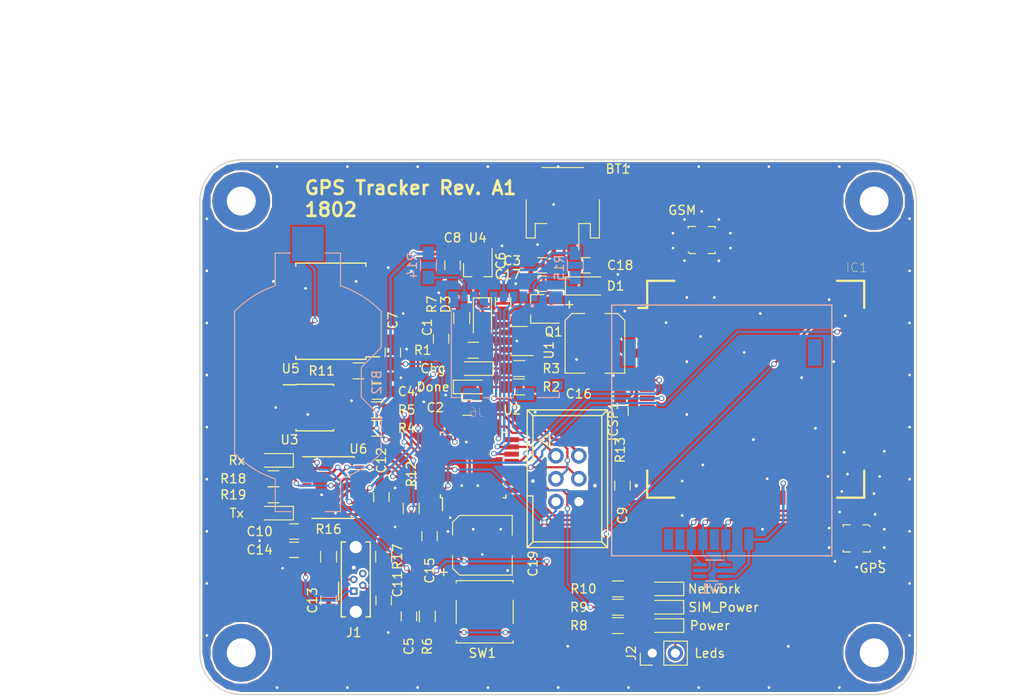
<source format=kicad_pcb>
(kicad_pcb (version 4) (host pcbnew 4.0.7)
  (layers (0 F.Cu signal) (31 B.Cu signal) (34 B.Paste user) (35 F.Paste user) (36 B.SilkS user) (37 F.SilkS user) (38 B.Mask user) (39 F.Mask user) (44 Edge.Cuts user))
  (net 0 "")
  (net 1 +BATT)
  (net 2 GND)
  (net 3 "Net-(BT2-Pad1)")
  (net 4 VBUS)
  (net 5 "Net-(C2-Pad1)")
  (net 6 +3V3)
  (net 7 /ARD_RST)
  (net 8 /DTR)
  (net 9 "Net-(C6-Pad1)")
  (net 10 /RTC_PWR)
  (net 11 "Net-(C9-Pad1)")
  (net 12 "Net-(C11-Pad1)")
  (net 13 "Net-(C13-Pad1)")
  (net 14 +2V8)
  (net 15 /SIM808_P)
  (net 16 "Net-(IC1-Pad9)")
  (net 17 /SIM808_RI)
  (net 18 "Net-(IC1-Pad11)")
  (net 19 "Net-(IC1-Pad12)")
  (net 20 "Net-(IC1-Pad13)")
  (net 21 /ARD_HRX)
  (net 22 /ARD_HTX)
  (net 23 "Net-(IC1-Pad19)")
  (net 24 "Net-(IC1-Pad20)")
  (net 25 "Net-(IC1-Pad21)")
  (net 26 "Net-(IC1-Pad22)")
  (net 27 "Net-(IC1-Pad23)")
  (net 28 "Net-(IC1-Pad24)")
  (net 29 "Net-(IC1-Pad25)")
  (net 30 "Net-(IC1-Pad26)")
  (net 31 "Net-(IC1-Pad27)")
  (net 32 +1V8)
  (net 33 /SIMDATA)
  (net 34 /SIMCLK)
  (net 35 /SIMRST)
  (net 36 "Net-(IC1-Pad33)")
  (net 37 "Net-(IC1-Pad37)")
  (net 38 "Net-(IC1-Pad38)")
  (net 39 "Net-(IC1-Pad39)")
  (net 40 "Net-(IC1-Pad41)")
  (net 41 "Net-(IC1-Pad42)")
  (net 42 "Net-(IC1-Pad43)")
  (net 43 "Net-(IC1-Pad44)")
  (net 44 "Net-(IC1-Pad45)")
  (net 45 "Net-(IC1-Pad46)")
  (net 46 "Net-(IC1-Pad47)")
  (net 47 "Net-(IC1-Pad48)")
  (net 48 /SIM808_S)
  (net 49 /NETWORK_LED)
  (net 50 "Net-(IC1-Pad53)")
  (net 51 "Net-(IC1-Pad55)")
  (net 52 "Net-(IC1-Pad56)")
  (net 53 "Net-(IC1-Pad57)")
  (net 54 "Net-(IC1-Pad58)")
  (net 55 "Net-(IC1-Pad59)")
  (net 56 "Net-(IC1-Pad60)")
  (net 57 "Net-(IC1-Pad61)")
  (net 58 "Net-(IC1-Pad62)")
  (net 59 "Net-(IC1-Pad63)")
  (net 60 /ARD_MISO)
  (net 61 /ARD_SCK)
  (net 62 /ARD_MOSI)
  (net 63 "Net-(J1-Pad4)")
  (net 64 "Net-(J2-Pad2)")
  (net 65 "Net-(J3-Pad6)")
  (net 66 "Net-(J6-Pad8)")
  (net 67 /ARD_IO10)
  (net 68 "Net-(J6-Pad1)")
  (net 69 "Net-(R1-Pad1)")
  (net 70 "Net-(R2-Pad2)")
  (net 71 /SDA)
  (net 72 /SCL)
  (net 73 /WAKE_UP)
  (net 74 "Net-(R16-Pad1)")
  (net 75 "Net-(R17-Pad2)")
  (net 76 "Net-(R18-Pad1)")
  (net 77 "Net-(R19-Pad1)")
  (net 78 "Net-(U2-Pad7)")
  (net 79 "Net-(U2-Pad8)")
  (net 80 "Net-(U2-Pad11)")
  (net 81 "Net-(U2-Pad19)")
  (net 82 "Net-(U2-Pad22)")
  (net 83 "Net-(U2-Pad24)")
  (net 84 "Net-(U2-Pad25)")
  (net 85 "Net-(U2-Pad26)")
  (net 86 /ARD_RX)
  (net 87 /ARD_TX)
  (net 88 "Net-(U3-Pad7)")
  (net 89 "Net-(U5-Pad1)")
  (net 90 "Net-(U5-Pad4)")
  (net 91 "Net-(U6-Pad2)")
  (net 92 +3V3_FDTI)
  (net 93 "Net-(U6-Pad5)")
  (net 94 "Net-(U6-Pad7)")
  (net 95 "Net-(U6-Pad8)")
  (net 96 "Net-(U6-Pad18)")
  (net 97 "Net-(U6-Pad19)")
  (net 98 "Net-(LED1-Pad1)")
  (net 99 "Net-(LED2-Pad2)")
  (net 100 "Net-(LED3-Pad2)")
  (net 101 "Net-(LED4-Pad2)")
  (net 102 "Net-(LED5-Pad2)")
  (net 103 "Net-(LED6-Pad2)")
  (net 104 "Net-(LED7-Pad2)")
  (net 105 "Net-(U2-Pad2)")
  (net 106 "Net-(TV1-Pad4)")
  (net 107 +3.3VP)
  (net 108 /GPS)
  (net 109 /GSM)
  (module custom-conn:Via-0.6mm (layer F.Cu) (at 136.398 96.774)
    (fp_text reference VIA** hide)
    (fp_text value Via-0.6mm hide)
    (pad 1 thru_hole circle (at 0 0) (size 0.6 0.6) (drill 0.3) (layers *.Cu) (net 2 GND))
  )
  (module custom-conn:Via-0.6mm (layer F.Cu) (at 122.682 81.153)
    (fp_text reference VIA** hide)
    (fp_text value Via-0.6mm hide)
    (pad 1 thru_hole circle (at 0 0) (size 0.6 0.6) (drill 0.3) (layers *.Cu) (net 2 GND))
  )
  (module 104031-0811:MOLEX_104031-0811 (layer B.Cu) (at 133.096 89.154)
    (fp_text reference J6 (at -3.18735 7.64968) (layer B.SilkS) (effects (font (size 1.0039 1.0039) (thickness 0.05)) (justify mirror)))
    (fp_text value Micro_SD_Card hide)
    (pad 8 smd rect (at -4.545 -5.2) (size 0.75 1.1) (layers B.Cu B.Paste B.Mask) (net 66 "Net-(J6-Pad8)"))
    (pad 7 smd rect (at -3.495 -5.2) (size 0.85 1.1) (layers B.Cu B.Paste B.Mask) (net 60 /ARD_MISO))
    (pad 6 smd rect (at -2.395 -5.2) (size 0.85 1.1) (layers B.Cu B.Paste B.Mask) (net 2 GND))
    (pad 5 smd rect (at -1.295 -5.2) (size 0.85 1.1) (layers B.Cu B.Paste B.Mask) (net 61 /ARD_SCK))
    (pad 4 smd rect (at -0.195 -5.2) (size 0.85 1.1) (layers B.Cu B.Paste B.Mask) (net 6 +3V3))
    (pad 3 smd rect (at 0.905 -5.2) (size 0.85 1.1) (layers B.Cu B.Paste B.Mask) (net 62 /ARD_MOSI))
    (pad 2 smd rect (at 2.005 -5.2) (size 0.875 1.1) (layers B.Cu B.Paste B.Mask) (net 67 /ARD_IO10))
    (pad 1 smd rect (at 3.105 -5.2) (size 0.85 1.1) (layers B.Cu B.Paste B.Mask) (net 68 "Net-(J6-Pad1)"))
    (pad 9 smd rect (at 5.74 0.95) (size 1.2 1) (layers B.Cu B.Paste B.Mask) (net 2 GND))
    (pad 10 smd rect (at 5.74 4.65) (size 1.2 1) (layers B.Cu B.Paste B.Mask))
    (pad G3 smd rect (at -3.73 5.625) (size 1.9 1.35) (layers B.Cu B.Paste B.Mask))
    (pad G4 smd rect (at 2.24 5.625) (size 1.9 1.35) (layers B.Cu B.Paste B.Mask))
    (pad G2 smd rect (at -5.755 -4.85) (size 1.17 1.8) (layers B.Cu B.Paste B.Mask))
    (pad G1 smd rect (at 5.565 -5.075) (size 1.55 1.35) (layers B.Cu B.Paste B.Mask))
  )
  (module custom-conn:Via-0.6mm (layer F.Cu) (at 132.715 78.359)
    (fp_text reference VIA** hide)
    (fp_text value Via-0.6mm hide)
    (pad 1 thru_hole circle (at 0 0) (size 0.6 0.6) (drill 0.3) (layers *.Cu) (net 2 GND))
  )
  (module custom-conn:Via-0.6mm (layer F.Cu) (at 162.052 104.14)
    (fp_text reference VIA** hide)
    (fp_text value Via-0.6mm hide)
    (pad 1 thru_hole circle (at 0 0) (size 0.6 0.6) (drill 0.3) (layers *.Cu) (net 2 GND))
  )
  (module custom-conn:Via-0.6mm (layer F.Cu) (at 161.544 109.728)
    (fp_text reference VIA** hide)
    (fp_text value Via-0.6mm hide)
    (pad 1 thru_hole circle (at 0 0) (size 0.6 0.6) (drill 0.3) (layers *.Cu) (net 2 GND))
  )
  (module acronet:47553-0001 (layer B.Cu) (at 151.13 90.17 90)
    (fp_text reference J3 hide)
    (fp_text value 47553-0001 hide)
    (pad 3 smd rect (at -20.7 3.81 90) (size 2.3 1) (layers B.Cu B.Paste B.Mask) (net 34 /SIMCLK))
    (pad CD1 smd rect (at -20.7 1.27 90) (size 2.3 1) (layers B.Cu B.Paste B.Mask))
    (pad CD2 smd rect (at -20.7 0 90) (size 2.3 1) (layers B.Cu B.Paste B.Mask))
    (pad 2 smd rect (at -20.7 6.35 90) (size 2.3 1) (layers B.Cu B.Paste B.Mask) (net 35 /SIMRST))
    (pad 1 smd rect (at -20.7 8.89 90) (size 2.3 1) (layers B.Cu B.Paste B.Mask) (net 32 +1V8))
    (pad 7 smd rect (at -20.7 2.54 90) (size 2.3 1) (layers B.Cu B.Paste B.Mask) (net 33 /SIMDATA))
    (pad 5 smd rect (at -20.7 7.62 90) (size 2.3 1) (layers B.Cu B.Paste B.Mask) (net 2 GND))
    (pad 6 smd rect (at -20.7 5.08 90) (size 2.3 1) (layers B.Cu B.Paste B.Mask) (net 65 "Net-(J3-Pad6)"))
    (pad GND1 smd rect (at 0 16.18 90) (size 2.95 1.5) (layers B.Cu B.Paste B.Mask))
    (pad GND2 smd rect (at 0 -4.37 90) (size 2.95 1.5) (layers B.Cu B.Paste B.Mask))
  )
  (module custom-conn:Via-0.6mm (layer F.Cu) (at 175.006 101.092)
    (fp_text reference VIA** hide)
    (fp_text value Via-0.6mm hide)
    (pad 1 thru_hole circle (at 0 0) (size 0.6 0.6) (drill 0.3) (layers *.Cu) (net 2 GND))
  )
  (module custom-conn:Via-0.6mm (layer F.Cu) (at 164.3888 122.682)
    (fp_text reference VIA** hide)
    (fp_text value Via-0.6mm hide)
    (pad 1 thru_hole circle (at 0 0) (size 0.6 0.6) (drill 0.3) (layers *.Cu) (net 2 GND))
  )
  (module custom-conn:Via-0.6mm (layer F.Cu) (at 140.0048 122.682)
    (fp_text reference VIA** hide)
    (fp_text value Via-0.6mm hide)
    (pad 1 thru_hole circle (at 0 0) (size 0.6 0.6) (drill 0.3) (layers *.Cu) (net 2 GND))
  )
  (module custom-conn:Via-0.6mm (layer F.Cu) (at 120.142 121.158)
    (fp_text reference VIA** hide)
    (fp_text value Via-0.6mm hide)
    (pad 1 thru_hole circle (at 0 0) (size 0.6 0.6) (drill 0.3) (layers *.Cu) (net 2 GND))
  )
  (module custom-conn:Via-0.6mm (layer F.Cu) (at 114.3 107.95)
    (fp_text reference VIA** hide)
    (fp_text value Via-0.6mm hide)
    (pad 1 thru_hole circle (at 0 0) (size 0.6 0.6) (drill 0.3) (layers *.Cu) (net 2 GND))
  )
  (module Capacitors_SMD:C_0805_HandSoldering (layer F.Cu) (at 120.65 90.17 90)
    (fp_text reference C7 (at 3.556 0 90) (layer F.SilkS))
    (fp_text value 0.1uF hide)
    (pad 1 smd rect (at -1.25 0 90) (size 1.5 1.25) (layers F.Cu F.Paste F.Mask) (net 10 /RTC_PWR))
    (pad 2 smd rect (at 1.25 0 90) (size 1.5 1.25) (layers F.Cu F.Paste F.Mask) (net 2 GND))
  )
  (module custom-conn:Via-0.6mm (layer F.Cu) (at 175.006 111.76)
    (fp_text reference VIA** hide)
    (fp_text value Via-0.6mm hide)
    (pad 1 thru_hole circle (at 0 0) (size 0.6 0.6) (drill 0.3) (layers *.Cu) (net 2 GND))
  )
  (module custom-conn:Via-0.6mm (layer F.Cu) (at 177.8 121.4882)
    (fp_text reference VIA** hide)
    (fp_text value Via-0.6mm hide)
    (pad 1 thru_hole circle (at 0 0) (size 0.6 0.6) (drill 0.3) (layers *.Cu) (net 2 GND))
  )
  (module custom-conn:Via-0.6mm (layer F.Cu) (at 177.8 115.7224)
    (fp_text reference VIA** hide)
    (fp_text value Via-0.6mm hide)
    (pad 1 thru_hole circle (at 0 0) (size 0.6 0.6) (drill 0.3) (layers *.Cu) (net 2 GND))
  )
  (module custom-conn:Via-0.6mm (layer F.Cu) (at 177.8 109.9566)
    (fp_text reference VIA** hide)
    (fp_text value Via-0.6mm hide)
    (pad 1 thru_hole circle (at 0 0) (size 0.6 0.6) (drill 0.3) (layers *.Cu) (net 2 GND))
  )
  (module custom-conn:Via-0.6mm (layer F.Cu) (at 177.8 104.1908)
    (fp_text reference VIA** hide)
    (fp_text value Via-0.6mm hide)
    (pad 1 thru_hole circle (at 0 0) (size 0.6 0.6) (drill 0.3) (layers *.Cu) (net 2 GND))
  )
  (module custom-conn:Via-0.6mm (layer F.Cu) (at 177.8 98.425)
    (fp_text reference VIA** hide)
    (fp_text value Via-0.6mm hide)
    (pad 1 thru_hole circle (at 0 0) (size 0.6 0.6) (drill 0.3) (layers *.Cu) (net 2 GND))
  )
  (module custom-conn:Via-0.6mm (layer F.Cu) (at 177.8 92.6592)
    (fp_text reference VIA** hide)
    (fp_text value Via-0.6mm hide)
    (pad 1 thru_hole circle (at 0 0) (size 0.6 0.6) (drill 0.3) (layers *.Cu) (net 2 GND))
  )
  (module custom-conn:Via-0.6mm (layer F.Cu) (at 177.8 86.8934)
    (fp_text reference VIA** hide)
    (fp_text value Via-0.6mm hide)
    (pad 1 thru_hole circle (at 0 0) (size 0.6 0.6) (drill 0.3) (layers *.Cu) (net 2 GND))
  )
  (module custom-conn:Via-0.6mm (layer F.Cu) (at 177.8 81.1276)
    (fp_text reference VIA** hide)
    (fp_text value Via-0.6mm hide)
    (pad 1 thru_hole circle (at 0 0) (size 0.6 0.6) (drill 0.3) (layers *.Cu) (net 2 GND))
  )
  (module custom-conn:Via-0.6mm (layer F.Cu) (at 177.8 75.3618)
    (fp_text reference VIA** hide)
    (fp_text value Via-0.6mm hide)
    (pad 1 thru_hole circle (at 0 0) (size 0.6 0.6) (drill 0.3) (layers *.Cu) (net 2 GND))
  )
  (module custom-conn:Via-0.6mm (layer F.Cu) (at 170.0276 127.254)
    (fp_text reference VIA** hide)
    (fp_text value Via-0.6mm hide)
    (pad 1 thru_hole circle (at 0 0) (size 0.6 0.6) (drill 0.3) (layers *.Cu) (net 2 GND))
  )
  (module custom-conn:Via-0.6mm (layer F.Cu) (at 162.2552 127.254)
    (fp_text reference VIA** hide)
    (fp_text value Via-0.6mm hide)
    (pad 1 thru_hole circle (at 0 0) (size 0.6 0.6) (drill 0.3) (layers *.Cu) (net 2 GND))
  )
  (module custom-conn:Via-0.6mm (layer F.Cu) (at 154.4828 127.254)
    (fp_text reference VIA** hide)
    (fp_text value Via-0.6mm hide)
    (pad 1 thru_hole circle (at 0 0) (size 0.6 0.6) (drill 0.3) (layers *.Cu) (net 2 GND))
  )
  (module custom-conn:Via-0.6mm (layer F.Cu) (at 146.7104 127.254)
    (fp_text reference VIA** hide)
    (fp_text value Via-0.6mm hide)
    (pad 1 thru_hole circle (at 0 0) (size 0.6 0.6) (drill 0.3) (layers *.Cu) (net 2 GND))
  )
  (module custom-conn:Via-0.6mm (layer F.Cu) (at 138.938 127.254)
    (fp_text reference VIA** hide)
    (fp_text value Via-0.6mm hide)
    (pad 1 thru_hole circle (at 0 0) (size 0.6 0.6) (drill 0.3) (layers *.Cu) (net 2 GND))
  )
  (module custom-conn:Via-0.6mm (layer F.Cu) (at 131.1656 127.254)
    (fp_text reference VIA** hide)
    (fp_text value Via-0.6mm hide)
    (pad 1 thru_hole circle (at 0 0) (size 0.6 0.6) (drill 0.3) (layers *.Cu) (net 2 GND))
  )
  (module custom-conn:Via-0.6mm (layer F.Cu) (at 123.3932 127.254)
    (fp_text reference VIA** hide)
    (fp_text value Via-0.6mm hide)
    (pad 1 thru_hole circle (at 0 0) (size 0.6 0.6) (drill 0.3) (layers *.Cu) (net 2 GND))
  )
  (module custom-conn:Via-0.6mm (layer F.Cu) (at 115.6208 127.254)
    (fp_text reference VIA** hide)
    (fp_text value Via-0.6mm hide)
    (pad 1 thru_hole circle (at 0 0) (size 0.6 0.6) (drill 0.3) (layers *.Cu) (net 2 GND))
  )
  (module custom-conn:Via-0.6mm (layer F.Cu) (at 107.8484 127.254)
    (fp_text reference VIA** hide)
    (fp_text value Via-0.6mm hide)
    (pad 1 thru_hole circle (at 0 0) (size 0.6 0.6) (drill 0.3) (layers *.Cu) (net 2 GND))
  )
  (module custom-conn:Via-0.6mm (layer F.Cu) (at 100.076 121.4882)
    (fp_text reference VIA** hide)
    (fp_text value Via-0.6mm hide)
    (pad 1 thru_hole circle (at 0 0) (size 0.6 0.6) (drill 0.3) (layers *.Cu) (net 2 GND))
  )
  (module custom-conn:Via-0.6mm (layer F.Cu) (at 100.076 115.7224)
    (fp_text reference VIA** hide)
    (fp_text value Via-0.6mm hide)
    (pad 1 thru_hole circle (at 0 0) (size 0.6 0.6) (drill 0.3) (layers *.Cu) (net 2 GND))
  )
  (module custom-conn:Via-0.6mm (layer F.Cu) (at 100.076 109.9566)
    (fp_text reference VIA** hide)
    (fp_text value Via-0.6mm hide)
    (pad 1 thru_hole circle (at 0 0) (size 0.6 0.6) (drill 0.3) (layers *.Cu) (net 2 GND))
  )
  (module custom-conn:Via-0.6mm (layer F.Cu) (at 100.076 104.1908)
    (fp_text reference VIA** hide)
    (fp_text value Via-0.6mm hide)
    (pad 1 thru_hole circle (at 0 0) (size 0.6 0.6) (drill 0.3) (layers *.Cu) (net 2 GND))
  )
  (module custom-conn:Via-0.6mm (layer F.Cu) (at 100.076 98.425)
    (fp_text reference VIA** hide)
    (fp_text value Via-0.6mm hide)
    (pad 1 thru_hole circle (at 0 0) (size 0.6 0.6) (drill 0.3) (layers *.Cu) (net 2 GND))
  )
  (module custom-conn:Via-0.6mm (layer F.Cu) (at 100.076 92.6592)
    (fp_text reference VIA** hide)
    (fp_text value Via-0.6mm hide)
    (pad 1 thru_hole circle (at 0 0) (size 0.6 0.6) (drill 0.3) (layers *.Cu) (net 2 GND))
  )
  (module custom-conn:Via-0.6mm (layer F.Cu) (at 100.076 86.8934)
    (fp_text reference VIA** hide)
    (fp_text value Via-0.6mm hide)
    (pad 1 thru_hole circle (at 0 0) (size 0.6 0.6) (drill 0.3) (layers *.Cu) (net 2 GND))
  )
  (module custom-conn:Via-0.6mm (layer F.Cu) (at 100.076 81.1276)
    (fp_text reference VIA** hide)
    (fp_text value Via-0.6mm hide)
    (pad 1 thru_hole circle (at 0 0) (size 0.6 0.6) (drill 0.3) (layers *.Cu) (net 2 GND))
  )
  (module custom-conn:Via-0.6mm (layer F.Cu) (at 100.076 75.3618)
    (fp_text reference VIA** hide)
    (fp_text value Via-0.6mm hide)
    (pad 1 thru_hole circle (at 0 0) (size 0.6 0.6) (drill 0.3) (layers *.Cu) (net 2 GND))
  )
  (module custom-conn:Via-0.6mm (layer F.Cu) (at 170.0276 69.596)
    (fp_text reference VIA** hide)
    (fp_text value Via-0.6mm hide)
    (pad 1 thru_hole circle (at 0 0) (size 0.6 0.6) (drill 0.3) (layers *.Cu) (net 2 GND))
  )
  (module custom-conn:Via-0.6mm (layer F.Cu) (at 162.2552 69.596)
    (fp_text reference VIA** hide)
    (fp_text value Via-0.6mm hide)
    (pad 1 thru_hole circle (at 0 0) (size 0.6 0.6) (drill 0.3) (layers *.Cu) (net 2 GND))
  )
  (module custom-conn:Via-0.6mm (layer F.Cu) (at 154.4828 69.596)
    (fp_text reference VIA** hide)
    (fp_text value Via-0.6mm hide)
    (pad 1 thru_hole circle (at 0 0) (size 0.6 0.6) (drill 0.3) (layers *.Cu) (net 2 GND))
  )
  (module custom-conn:Via-0.6mm (layer F.Cu) (at 146.7104 69.596)
    (fp_text reference VIA** hide)
    (fp_text value Via-0.6mm hide)
    (pad 1 thru_hole circle (at 0 0) (size 0.6 0.6) (drill 0.3) (layers *.Cu) (net 2 GND))
  )
  (module custom-conn:Via-0.6mm (layer F.Cu) (at 138.938 69.596)
    (fp_text reference VIA** hide)
    (fp_text value Via-0.6mm hide)
    (pad 1 thru_hole circle (at 0 0) (size 0.6 0.6) (drill 0.3) (layers *.Cu) (net 2 GND))
  )
  (module custom-conn:Via-0.6mm (layer F.Cu) (at 131.1656 69.596)
    (fp_text reference VIA** hide)
    (fp_text value Via-0.6mm hide)
    (pad 1 thru_hole circle (at 0 0) (size 0.6 0.6) (drill 0.3) (layers *.Cu) (net 2 GND))
  )
  (module custom-conn:Via-0.6mm (layer F.Cu) (at 123.3932 69.596)
    (fp_text reference VIA** hide)
    (fp_text value Via-0.6mm hide)
    (pad 1 thru_hole circle (at 0 0) (size 0.6 0.6) (drill 0.3) (layers *.Cu) (net 2 GND))
  )
  (module custom-conn:Via-0.6mm (layer F.Cu) (at 115.6208 69.596)
    (fp_text reference VIA** hide)
    (fp_text value Via-0.6mm hide)
    (pad 1 thru_hole circle (at 0 0) (size 0.6 0.6) (drill 0.3) (layers *.Cu) (net 2 GND))
  )
  (module custom-conn:Via-0.6mm (layer F.Cu) (at 107.8484 69.596)
    (fp_text reference VIA** hide)
    (fp_text value Via-0.6mm hide)
    (pad 1 thru_hole circle (at 0 0) (size 0.6 0.6) (drill 0.3) (layers *.Cu) (net 2 GND))
  )
  (module Mounting_Holes:MountingHole_3.2mm_M3_Pad (layer F.Cu) (at 173.886 123.406)
    (fp_text reference REF** hide)
    (fp_text value MountingHole_3.2mm_M3_Pad hide)
    (pad 1 thru_hole circle (at 0 0) (size 6.4 6.4) (drill 3.2) (layers *.Cu *.Mask))
  )
  (module Mounting_Holes:MountingHole_3.2mm_M3_Pad (layer F.Cu) (at 103.886 123.406)
    (fp_text reference REF** hide)
    (fp_text value MountingHole_3.2mm_M3_Pad hide)
    (pad 1 thru_hole circle (at 0 0) (size 6.4 6.4) (drill 3.2) (layers *.Cu *.Mask))
  )
  (module Mounting_Holes:MountingHole_3.2mm_M3_Pad (layer F.Cu) (at 173.886 73.406)
    (fp_text reference REF** hide)
    (fp_text value MountingHole_3.2mm_M3_Pad hide)
    (pad 1 thru_hole circle (at 0 0) (size 6.4 6.4) (drill 3.2) (layers *.Cu *.Mask))
  )
  (module Mounting_Holes:MountingHole_3.2mm_M3_Pad (layer F.Cu) (at 103.886 73.406)
    (fp_text reference REF** hide)
    (fp_text value MountingHole_3.2mm_M3_Pad hide)
    (pad 1 thru_hole circle (at 0 0) (size 6.4 6.4) (drill 3.2) (layers *.Cu *.Mask))
  )
  (module custom-conn:Via-0.6mm (layer F.Cu) (at 134.366 88.9)
    (fp_text reference VIA** hide)
    (fp_text value Via-0.6mm hide)
    (pad 1 thru_hole circle (at 0 0) (size 0.6 0.6) (drill 0.3) (layers *.Cu) (net 2 GND))
  )
  (module custom-conn:Via-0.6mm (layer F.Cu) (at 121.539 92.964)
    (fp_text reference VIA** hide)
    (fp_text value Via-0.6mm hide)
    (pad 1 thru_hole circle (at 0 0) (size 0.6 0.6) (drill 0.3) (layers *.Cu) (net 2 GND))
  )
  (module custom-conn:Via-0.6mm (layer F.Cu) (at 124.079 95.631)
    (fp_text reference VIA** hide)
    (fp_text value Via-0.6mm hide)
    (pad 1 thru_hole circle (at 0 0) (size 0.6 0.6) (drill 0.3) (layers *.Cu) (net 2 GND))
  )
  (module custom-conn:Via-0.6mm (layer F.Cu) (at 121.793 85.852)
    (fp_text reference VIA** hide)
    (fp_text value Via-0.6mm hide)
    (pad 1 thru_hole circle (at 0 0) (size 0.6 0.6) (drill 0.3) (layers *.Cu) (net 2 GND))
  )
  (module custom-conn:Via-0.6mm (layer F.Cu) (at 122.174 89.789)
    (fp_text reference VIA** hide)
    (fp_text value Via-0.6mm hide)
    (pad 1 thru_hole circle (at 0 0) (size 0.6 0.6) (drill 0.3) (layers *.Cu) (net 2 GND))
  )
  (module custom-conn:Via-0.6mm (layer F.Cu) (at 126.492 94.869)
    (fp_text reference VIA** hide)
    (fp_text value Via-0.6mm hide)
    (pad 1 thru_hole circle (at 0 0) (size 0.6 0.6) (drill 0.3) (layers *.Cu) (net 2 GND))
  )
  (module custom-conn:Via-0.6mm (layer F.Cu) (at 116.078 95.504)
    (fp_text reference VIA** hide)
    (fp_text value Via-0.6mm hide)
    (pad 1 thru_hole circle (at 0 0) (size 0.6 0.6) (drill 0.3) (layers *.Cu) (net 2 GND))
  )
  (module custom-conn:Via-0.6mm (layer F.Cu) (at 126.746 109.982)
    (fp_text reference VIA** hide)
    (fp_text value Via-0.6mm hide)
    (pad 1 thru_hole circle (at 0 0) (size 0.6 0.6) (drill 0.3) (layers *.Cu) (net 2 GND))
  )
  (module custom-conn:Via-0.6mm (layer F.Cu) (at 154.94 102.616)
    (fp_text reference VIA** hide)
    (fp_text value Via-0.6mm hide)
    (pad 1 thru_hole circle (at 0 0) (size 0.6 0.6) (drill 0.3) (layers *.Cu) (net 2 GND))
  )
  (module custom-conn:Via-0.6mm (layer F.Cu) (at 169.418 91.186)
    (fp_text reference VIA** hide)
    (fp_text value Via-0.6mm hide)
    (pad 1 thru_hole circle (at 0 0) (size 0.6 0.6) (drill 0.3) (layers *.Cu) (net 2 GND))
  )
  (module custom-conn:Via-0.6mm (layer F.Cu) (at 153.162 91.186)
    (fp_text reference VIA** hide)
    (fp_text value Via-0.6mm hide)
    (pad 1 thru_hole circle (at 0 0) (size 0.6 0.6) (drill 0.3) (layers *.Cu) (net 2 GND))
  )
  (module custom-conn:Via-0.6mm (layer F.Cu) (at 154.686 88.392)
    (fp_text reference VIA** hide)
    (fp_text value Via-0.6mm hide)
    (pad 1 thru_hole circle (at 0 0) (size 0.6 0.6) (drill 0.3) (layers *.Cu) (net 2 GND))
  )
  (module custom-conn:Via-0.6mm (layer F.Cu) (at 161.29 85.852)
    (fp_text reference VIA** hide)
    (fp_text value Via-0.6mm hide)
    (pad 1 thru_hole circle (at 0 0) (size 0.6 0.6) (drill 0.3) (layers *.Cu) (net 2 GND))
  )
  (module custom-conn:Via-0.6mm (layer F.Cu) (at 167.386 98.552)
    (fp_text reference VIA** hide)
    (fp_text value Via-0.6mm hide)
    (pad 1 thru_hole circle (at 0 0) (size 0.6 0.6) (drill 0.3) (layers *.Cu) (net 2 GND))
  )
  (module custom-conn:Via-0.6mm (layer F.Cu) (at 159.512 90.17)
    (fp_text reference VIA** hide)
    (fp_text value Via-0.6mm hide)
    (pad 1 thru_hole circle (at 0 0) (size 0.6 0.6) (drill 0.3) (layers *.Cu) (net 2 GND))
  )
  (module custom-conn:Via-0.6mm (layer F.Cu) (at 153.162 97.028)
    (fp_text reference VIA** hide)
    (fp_text value Via-0.6mm hide)
    (pad 1 thru_hole circle (at 0 0) (size 0.6 0.6) (drill 0.3) (layers *.Cu) (net 2 GND))
  )
  (module custom-conn:Via-0.6mm (layer F.Cu) (at 165.862 92.964)
    (fp_text reference VIA** hide)
    (fp_text value Via-0.6mm hide)
    (pad 1 thru_hole circle (at 0 0) (size 0.6 0.6) (drill 0.3) (layers *.Cu) (net 2 GND))
  )
  (module custom-conn:Via-0.6mm (layer F.Cu) (at 160.528 99.822)
    (fp_text reference VIA** hide)
    (fp_text value Via-0.6mm hide)
    (pad 1 thru_hole circle (at 0 0) (size 0.6 0.6) (drill 0.3) (layers *.Cu) (net 2 GND))
  )
  (module custom-conn:Via-0.6mm (layer F.Cu) (at 157.988 78.613)
    (fp_text reference VIA** hide)
    (fp_text value Via-0.6mm hide)
    (pad 1 thru_hole circle (at 0 0) (size 0.6 0.6) (drill 0.3) (layers *.Cu) (net 2 GND))
  )
  (module custom-conn:Via-0.6mm (layer F.Cu) (at 151.638 78.613)
    (fp_text reference VIA** hide)
    (fp_text value Via-0.6mm hide)
    (pad 1 thru_hole circle (at 0 0) (size 0.6 0.6) (drill 0.3) (layers *.Cu) (net 2 GND))
  )
  (module Connectors_Molex:Molex_Microcoaxial_RF (layer F.Cu) (at 171.958 110.744 180)
    (fp_text reference J4 hide)
    (fp_text value CONN_COAXIAL hide)
    (pad 2 smd rect (at -1.475 0 180) (size 1.05 2.2) (layers F.Cu F.Paste F.Mask) (net 2 GND))
    (pad 2 smd rect (at 1.475 0 180) (size 1.05 2.2) (layers F.Cu F.Paste F.Mask) (net 2 GND))
    (pad 2 smd rect (at 0 -1.5 180) (size 1 1) (layers F.Cu F.Paste F.Mask) (net 2 GND))
    (pad 1 smd rect (at 0 1.5 180) (size 1 1) (layers F.Cu F.Paste F.Mask) (net 108 /GPS))
  )
  (module custom-conn:Via-0.6mm (layer F.Cu) (at 175.006 109.728)
    (fp_text reference VIA** hide)
    (fp_text value Via-0.6mm hide)
    (pad 1 thru_hole circle (at 0 0) (size 0.6 0.6) (drill 0.3) (layers *.Cu) (net 2 GND))
  )
  (module custom-conn:Via-0.6mm (layer F.Cu) (at 173.863 105.791)
    (fp_text reference VIA** hide)
    (fp_text value Via-0.6mm hide)
    (pad 1 thru_hole circle (at 0 0) (size 0.6 0.6) (drill 0.3) (layers *.Cu) (net 2 GND))
  )
  (module custom-conn:Via-0.6mm (layer F.Cu) (at 170.307 105.537)
    (fp_text reference VIA** hide)
    (fp_text value Via-0.6mm hide)
    (pad 1 thru_hole circle (at 0 0) (size 0.6 0.6) (drill 0.3) (layers *.Cu) (net 2 GND))
  )
  (module custom-conn:Via-0.6mm (layer F.Cu) (at 168.91 109.601)
    (fp_text reference VIA** hide)
    (fp_text value Via-0.6mm hide)
    (pad 1 thru_hole circle (at 0 0) (size 0.6 0.6) (drill 0.3) (layers *.Cu) (net 2 GND))
  )
  (module custom-conn:Via-0.6mm (layer F.Cu) (at 170.942 103.632)
    (fp_text reference VIA** hide)
    (fp_text value Via-0.6mm hide)
    (pad 1 thru_hole circle (at 0 0) (size 0.6 0.6) (drill 0.3) (layers *.Cu) (net 2 GND))
  )
  (module custom-conn:Via-0.6mm (layer F.Cu) (at 174.498 103.886)
    (fp_text reference VIA** hide)
    (fp_text value Via-0.6mm hide)
    (pad 1 thru_hole circle (at 0 0) (size 0.6 0.6) (drill 0.3) (layers *.Cu) (net 2 GND))
  )
  (module custom-conn:Via-0.6mm (layer F.Cu) (at 173.99 108.077)
    (fp_text reference VIA** hide)
    (fp_text value Via-0.6mm hide)
    (pad 1 thru_hole circle (at 0 0) (size 0.6 0.6) (drill 0.3) (layers *.Cu) (net 2 GND))
  )
  (module custom-conn:Via-0.6mm (layer F.Cu) (at 174.498 113.284)
    (fp_text reference VIA** hide)
    (fp_text value Via-0.6mm hide)
    (pad 1 thru_hole circle (at 0 0) (size 0.6 0.6) (drill 0.3) (layers *.Cu) (net 2 GND))
  )
  (module custom-conn:Via-0.6mm (layer F.Cu) (at 169.545 113.284)
    (fp_text reference VIA** hide)
    (fp_text value Via-0.6mm hide)
    (pad 1 thru_hole circle (at 0 0) (size 0.6 0.6) (drill 0.3) (layers *.Cu) (net 2 GND))
  )
  (module custom-conn:Via-0.6mm (layer F.Cu) (at 168.783 103.886)
    (fp_text reference VIA** hide)
    (fp_text value Via-0.6mm hide)
    (pad 1 thru_hole circle (at 0 0) (size 0.6 0.6) (drill 0.3) (layers *.Cu) (net 2 GND))
  )
  (module custom-conn:Via-0.6mm (layer F.Cu) (at 154.813 74.549)
    (fp_text reference VIA** hide)
    (fp_text value Via-0.6mm hide)
    (pad 1 thru_hole circle (at 0 0) (size 0.6 0.6) (drill 0.3) (layers *.Cu) (net 2 GND))
  )
  (module custom-conn:Via-0.6mm (layer F.Cu) (at 152.908 75.438)
    (fp_text reference VIA** hide)
    (fp_text value Via-0.6mm hide)
    (pad 1 thru_hole circle (at 0 0) (size 0.6 0.6) (drill 0.3) (layers *.Cu) (net 2 GND))
  )
  (module SIM808:QFN100P2400X2400X260-68N (layer F.Cu) (at 160.782 94.234)
    (fp_text reference IC1 (at 11.176 -13.462) (layer F.SilkS) (effects (font (size 1.00176 1.00176) (thickness 0.05))))
    (fp_text value SIM808 hide)
    (pad 1 smd rect (at -12 -8) (size 1.6 0.6) (layers F.Cu F.Paste F.Mask) (net 2 GND))
    (pad 2 smd rect (at -12 -7) (size 1.6 0.6) (layers F.Cu F.Paste F.Mask) (net 2 GND))
    (pad 3 smd rect (at -12 -6) (size 1.6 0.6) (layers F.Cu F.Paste F.Mask) (net 2 GND))
    (pad 4 smd rect (at -12 -5) (size 1.6 0.6) (layers F.Cu F.Paste F.Mask) (net 1 +BATT))
    (pad 5 smd rect (at -12 -4) (size 1.6 0.6) (layers F.Cu F.Paste F.Mask) (net 1 +BATT))
    (pad 6 smd rect (at -12 -3) (size 1.6 0.6) (layers F.Cu F.Paste F.Mask) (net 1 +BATT))
    (pad 7 smd rect (at -12 -2) (size 1.6 0.6) (layers F.Cu F.Paste F.Mask) (net 14 +2V8))
    (pad 8 smd rect (at -12 -1) (size 1.6 0.6) (layers F.Cu F.Paste F.Mask) (net 15 /SIM808_P))
    (pad 9 smd rect (at -12 0) (size 1.6 0.6) (layers F.Cu F.Paste F.Mask) (net 16 "Net-(IC1-Pad9)"))
    (pad 10 smd rect (at -12 1) (size 1.6 0.6) (layers F.Cu F.Paste F.Mask) (net 17 /SIM808_RI))
    (pad 11 smd rect (at -12 2) (size 1.6 0.6) (layers F.Cu F.Paste F.Mask) (net 18 "Net-(IC1-Pad11)"))
    (pad 12 smd rect (at -12 3) (size 1.6 0.6) (layers F.Cu F.Paste F.Mask) (net 19 "Net-(IC1-Pad12)"))
    (pad 13 smd rect (at -12 4) (size 1.6 0.6) (layers F.Cu F.Paste F.Mask) (net 20 "Net-(IC1-Pad13)"))
    (pad 14 smd rect (at -12 5) (size 1.6 0.6) (layers F.Cu F.Paste F.Mask) (net 21 /ARD_HRX))
    (pad 15 smd rect (at -12 6) (size 1.6 0.6) (layers F.Cu F.Paste F.Mask) (net 22 /ARD_HTX))
    (pad 16 smd rect (at -12 7) (size 1.6 0.6) (layers F.Cu F.Paste F.Mask) (net 7 /ARD_RST))
    (pad 17 smd rect (at -12 8) (size 1.6 0.6) (layers F.Cu F.Paste F.Mask) (net 11 "Net-(C9-Pad1)"))
    (pad 18 smd rect (at -8 12 90) (size 1.6 0.6) (layers F.Cu F.Paste F.Mask) (net 2 GND))
    (pad 19 smd rect (at -7 12 90) (size 1.6 0.6) (layers F.Cu F.Paste F.Mask) (net 23 "Net-(IC1-Pad19)"))
    (pad 20 smd rect (at -6 12 90) (size 1.6 0.6) (layers F.Cu F.Paste F.Mask) (net 24 "Net-(IC1-Pad20)"))
    (pad 21 smd rect (at -5 12 90) (size 1.6 0.6) (layers F.Cu F.Paste F.Mask) (net 25 "Net-(IC1-Pad21)"))
    (pad 22 smd rect (at -4 12 90) (size 1.6 0.6) (layers F.Cu F.Paste F.Mask) (net 26 "Net-(IC1-Pad22)"))
    (pad 23 smd rect (at -3 12 90) (size 1.6 0.6) (layers F.Cu F.Paste F.Mask) (net 27 "Net-(IC1-Pad23)"))
    (pad 24 smd rect (at -2 12 90) (size 1.6 0.6) (layers F.Cu F.Paste F.Mask) (net 28 "Net-(IC1-Pad24)"))
    (pad 25 smd rect (at -1 12 90) (size 1.6 0.6) (layers F.Cu F.Paste F.Mask) (net 29 "Net-(IC1-Pad25)"))
    (pad 26 smd rect (at 0 12 90) (size 1.6 0.6) (layers F.Cu F.Paste F.Mask) (net 30 "Net-(IC1-Pad26)"))
    (pad 27 smd rect (at 1 12 90) (size 1.6 0.6) (layers F.Cu F.Paste F.Mask) (net 31 "Net-(IC1-Pad27)"))
    (pad 28 smd rect (at 2 12 90) (size 1.6 0.6) (layers F.Cu F.Paste F.Mask) (net 2 GND))
    (pad 29 smd rect (at 3 12 90) (size 1.6 0.6) (layers F.Cu F.Paste F.Mask) (net 32 +1V8))
    (pad 30 smd rect (at 4 12 90) (size 1.6 0.6) (layers F.Cu F.Paste F.Mask) (net 33 /SIMDATA))
    (pad 31 smd rect (at 5 12 90) (size 1.6 0.6) (layers F.Cu F.Paste F.Mask) (net 34 /SIMCLK))
    (pad 32 smd rect (at 6 12 90) (size 1.6 0.6) (layers F.Cu F.Paste F.Mask) (net 35 /SIMRST))
    (pad 33 smd rect (at 7 12 90) (size 1.6 0.6) (layers F.Cu F.Paste F.Mask) (net 36 "Net-(IC1-Pad33)"))
    (pad 34 smd rect (at 8 12 90) (size 1.6 0.6) (layers F.Cu F.Paste F.Mask) (net 2 GND))
    (pad 35 smd rect (at 12 8 180) (size 1.6 0.6) (layers F.Cu F.Paste F.Mask) (net 108 /GPS))
    (pad 36 smd rect (at 12 7 180) (size 1.6 0.6) (layers F.Cu F.Paste F.Mask) (net 2 GND))
    (pad 37 smd rect (at 12 6 180) (size 1.6 0.6) (layers F.Cu F.Paste F.Mask) (net 37 "Net-(IC1-Pad37)"))
    (pad 38 smd rect (at 12 5 180) (size 1.6 0.6) (layers F.Cu F.Paste F.Mask) (net 38 "Net-(IC1-Pad38)"))
    (pad 39 smd rect (at 12 4 180) (size 1.6 0.6) (layers F.Cu F.Paste F.Mask) (net 39 "Net-(IC1-Pad39)"))
    (pad 40 smd rect (at 12 3 180) (size 1.6 0.6) (layers F.Cu F.Paste F.Mask) (net 2 GND))
    (pad 41 smd rect (at 12 2 180) (size 1.6 0.6) (layers F.Cu F.Paste F.Mask) (net 40 "Net-(IC1-Pad41)"))
    (pad 42 smd rect (at 12 1 180) (size 1.6 0.6) (layers F.Cu F.Paste F.Mask) (net 41 "Net-(IC1-Pad42)"))
    (pad 43 smd rect (at 12 0 180) (size 1.6 0.6) (layers F.Cu F.Paste F.Mask) (net 42 "Net-(IC1-Pad43)"))
    (pad 44 smd rect (at 12 -1 180) (size 1.6 0.6) (layers F.Cu F.Paste F.Mask) (net 43 "Net-(IC1-Pad44)"))
    (pad 45 smd rect (at 12 -2 180) (size 1.6 0.6) (layers F.Cu F.Paste F.Mask) (net 44 "Net-(IC1-Pad45)"))
    (pad 46 smd rect (at 12 -3 180) (size 1.6 0.6) (layers F.Cu F.Paste F.Mask) (net 45 "Net-(IC1-Pad46)"))
    (pad 47 smd rect (at 12 -4 180) (size 1.6 0.6) (layers F.Cu F.Paste F.Mask) (net 46 "Net-(IC1-Pad47)"))
    (pad 48 smd rect (at 12 -5 180) (size 1.6 0.6) (layers F.Cu F.Paste F.Mask) (net 47 "Net-(IC1-Pad48)"))
    (pad 49 smd rect (at 12 -6 180) (size 1.6 0.6) (layers F.Cu F.Paste F.Mask) (net 48 /SIM808_S))
    (pad 50 smd rect (at 12 -7 180) (size 1.6 0.6) (layers F.Cu F.Paste F.Mask) (net 49 /NETWORK_LED))
    (pad 51 smd rect (at 12 -8 180) (size 1.6 0.6) (layers F.Cu F.Paste F.Mask) (net 2 GND))
    (pad 52 smd rect (at 8 -12 270) (size 1.6 0.6) (layers F.Cu F.Paste F.Mask) (net 2 GND))
    (pad 53 smd rect (at 7 -12 270) (size 1.6 0.6) (layers F.Cu F.Paste F.Mask) (net 50 "Net-(IC1-Pad53)"))
    (pad 54 smd rect (at 6 -12 270) (size 1.6 0.6) (layers F.Cu F.Paste F.Mask) (net 2 GND))
    (pad 55 smd rect (at 5 -12 270) (size 1.6 0.6) (layers F.Cu F.Paste F.Mask) (net 51 "Net-(IC1-Pad55)"))
    (pad 56 smd rect (at 4 -12 270) (size 1.6 0.6) (layers F.Cu F.Paste F.Mask) (net 52 "Net-(IC1-Pad56)"))
    (pad 57 smd rect (at 3 -12 270) (size 1.6 0.6) (layers F.Cu F.Paste F.Mask) (net 53 "Net-(IC1-Pad57)"))
    (pad 58 smd rect (at 2 -12 270) (size 1.6 0.6) (layers F.Cu F.Paste F.Mask) (net 54 "Net-(IC1-Pad58)"))
    (pad 59 smd rect (at 1 -12 270) (size 1.6 0.6) (layers F.Cu F.Paste F.Mask) (net 55 "Net-(IC1-Pad59)"))
    (pad 60 smd rect (at 0 -12 270) (size 1.6 0.6) (layers F.Cu F.Paste F.Mask) (net 56 "Net-(IC1-Pad60)"))
    (pad 61 smd rect (at -1 -12 270) (size 1.6 0.6) (layers F.Cu F.Paste F.Mask) (net 57 "Net-(IC1-Pad61)"))
    (pad 62 smd rect (at -2 -12 270) (size 1.6 0.6) (layers F.Cu F.Paste F.Mask) (net 58 "Net-(IC1-Pad62)"))
    (pad 63 smd rect (at -3 -12 270) (size 1.6 0.6) (layers F.Cu F.Paste F.Mask) (net 59 "Net-(IC1-Pad63)"))
    (pad 64 smd rect (at -4 -12 270) (size 1.6 0.6) (layers F.Cu F.Paste F.Mask) (net 2 GND))
    (pad 65 smd rect (at -5 -12 270) (size 1.6 0.6) (layers F.Cu F.Paste F.Mask) (net 2 GND))
    (pad 66 smd rect (at -6 -12 270) (size 1.6 0.6) (layers F.Cu F.Paste F.Mask) (net 109 /GSM))
    (pad 67 smd rect (at -7 -12 270) (size 1.6 0.6) (layers F.Cu F.Paste F.Mask) (net 2 GND))
    (pad 68 smd rect (at -8 -12 270) (size 1.6 0.6) (layers F.Cu F.Paste F.Mask) (net 2 GND))
  )
  (module custom-conn:Via-0.6mm (layer F.Cu) (at 133.35 114.3)
    (fp_text reference VIA** hide)
    (fp_text value Via-0.6mm hide)
    (pad 1 thru_hole circle (at 0 0) (size 0.6 0.6) (drill 0.3) (layers *.Cu) (net 2 GND))
  )
  (module custom-conn:Via-0.6mm (layer F.Cu) (at 138.43 73.787)
    (fp_text reference VIA** hide)
    (fp_text value Via-0.6mm hide)
    (pad 1 thru_hole circle (at 0 0) (size 0.6 0.6) (drill 0.3) (layers *.Cu) (net 2 GND))
  )
  (module custom-conn:Via-0.6mm (layer F.Cu) (at 136.652 78.232)
    (fp_text reference VIA** hide)
    (fp_text value Via-0.6mm hide)
    (pad 1 thru_hole circle (at 0 0) (size 0.6 0.6) (drill 0.3) (layers *.Cu) (net 2 GND))
  )
  (module custom-conn:Via-0.6mm (layer F.Cu) (at 130.048 104.902)
    (fp_text reference VIA** hide)
    (fp_text value Via-0.6mm hide)
    (pad 1 thru_hole circle (at 0 0) (size 0.6 0.6) (drill 0.3) (layers *.Cu) (net 2 GND))
  )
  (module custom-conn:Via-0.6mm (layer F.Cu) (at 128.27 104.902)
    (fp_text reference VIA** hide)
    (fp_text value Via-0.6mm hide)
    (pad 1 thru_hole circle (at 0 0) (size 0.6 0.6) (drill 0.3) (layers *.Cu) (net 2 GND))
  )
  (module custom-conn:Via-0.6mm (layer F.Cu) (at 107.442 82.296)
    (fp_text reference VIA** hide)
    (fp_text value Via-0.6mm hide)
    (pad 1 thru_hole circle (at 0 0) (size 0.6 0.6) (drill 0.3) (layers *.Cu) (net 2 GND))
  )
  (module custom-conn:Via-0.6mm (layer F.Cu) (at 120.142 80.772)
    (fp_text reference VIA** hide)
    (fp_text value Via-0.6mm hide)
    (pad 1 thru_hole circle (at 0 0) (size 0.6 0.6) (drill 0.3) (layers *.Cu) (net 2 GND))
  )
  (module custom-conn:Via-0.6mm (layer F.Cu) (at 111.252 97.028)
    (fp_text reference VIA** hide)
    (fp_text value Via-0.6mm hide)
    (pad 1 thru_hole circle (at 0 0) (size 0.6 0.6) (drill 0.3) (layers *.Cu) (net 2 GND))
  )
  (module custom-conn:Via-0.6mm (layer F.Cu) (at 128.778 100.076)
    (fp_text reference VIA** hide)
    (fp_text value Via-0.6mm hide)
    (pad 1 thru_hole circle (at 0 0) (size 0.6 0.6) (drill 0.3) (layers *.Cu) (net 2 GND))
  )
  (module custom-conn:Via-0.6mm (layer F.Cu) (at 127 108.458)
    (fp_text reference VIA** hide)
    (fp_text value Via-0.6mm hide)
    (pad 1 thru_hole circle (at 0 0) (size 0.6 0.6) (drill 0.3) (layers *.Cu) (net 2 GND))
  )
  (module custom-conn:Via-0.6mm (layer F.Cu) (at 129.54 109.728)
    (fp_text reference VIA** hide)
    (fp_text value Via-0.6mm hide)
    (pad 1 thru_hole circle (at 0 0) (size 0.6 0.6) (drill 0.3) (layers *.Cu) (net 2 GND))
  )
  (module custom-conn:Via-0.6mm (layer F.Cu) (at 125.73 83.566)
    (fp_text reference VIA** hide)
    (fp_text value Via-0.6mm hide)
    (pad 1 thru_hole circle (at 0 0) (size 0.6 0.6) (drill 0.3) (layers *.Cu) (net 2 GND))
  )
  (module custom-conn:Via-0.6mm (layer F.Cu) (at 116.586 82.296)
    (fp_text reference VIA** hide)
    (fp_text value Via-0.6mm hide)
    (pad 1 thru_hole circle (at 0 0) (size 0.6 0.6) (drill 0.3) (layers *.Cu) (net 2 GND))
  )
  (module custom-conn:Via-0.6mm (layer F.Cu) (at 110.998 83.058)
    (fp_text reference VIA** hide)
    (fp_text value Via-0.6mm hide)
    (pad 1 thru_hole circle (at 0 0) (size 0.6 0.6) (drill 0.3) (layers *.Cu) (net 2 GND))
  )
  (module custom-conn:Via-0.6mm (layer F.Cu) (at 107.696 96.266)
    (fp_text reference VIA** hide)
    (fp_text value Via-0.6mm hide)
    (pad 1 thru_hole circle (at 0 0) (size 0.6 0.6) (drill 0.3) (layers *.Cu) (net 2 GND))
  )
  (module custom-conn:Via-0.6mm (layer F.Cu) (at 120.904 105.156)
    (fp_text reference VIA** hide)
    (fp_text value Via-0.6mm hide)
    (pad 1 thru_hole circle (at 0 0) (size 0.6 0.6) (drill 0.3) (layers *.Cu) (net 2 GND))
  )
  (module custom-conn:Via-0.6mm (layer F.Cu) (at 112.776 105.918)
    (fp_text reference VIA** hide)
    (fp_text value Via-0.6mm hide)
    (pad 1 thru_hole circle (at 0 0) (size 0.6 0.6) (drill 0.3) (layers *.Cu) (net 2 GND))
  )
  (module custom-conn:Via-0.6mm (layer F.Cu) (at 150.876 86.868)
    (fp_text reference VIA** hide)
    (fp_text value Via-0.6mm hide)
    (pad 1 thru_hole circle (at 0 0) (size 0.6 0.6) (drill 0.3) (layers *.Cu) (net 2 GND))
  )
  (module custom-conn:Via-0.6mm (layer F.Cu) (at 146.304 85.598)
    (fp_text reference VIA** hide)
    (fp_text value Via-0.6mm hide)
    (pad 1 thru_hole circle (at 0 0) (size 0.6 0.6) (drill 0.3) (layers *.Cu) (net 2 GND))
  )
  (module custom-conn:Via-0.6mm (layer F.Cu) (at 152.654 104.394)
    (fp_text reference VIA** hide)
    (fp_text value Via-0.6mm hide)
    (pad 1 thru_hole circle (at 0 0) (size 0.6 0.6) (drill 0.3) (layers *.Cu) (net 2 GND))
  )
  (module custom-conn:Via-0.6mm (layer F.Cu) (at 152.654 108.204)
    (fp_text reference VIA** hide)
    (fp_text value Via-0.6mm hide)
    (pad 1 thru_hole circle (at 0 0) (size 0.6 0.6) (drill 0.3) (layers *.Cu) (net 2 GND))
  )
  (module custom-conn:Via-0.6mm (layer F.Cu) (at 153.162 84.074)
    (fp_text reference VIA** hide)
    (fp_text value Via-0.6mm hide)
    (pad 1 thru_hole circle (at 0 0) (size 0.6 0.6) (drill 0.3) (layers *.Cu) (net 2 GND))
  )
  (module custom-conn:Via-0.6mm (layer F.Cu) (at 156.21 84.074)
    (fp_text reference VIA** hide)
    (fp_text value Via-0.6mm hide)
    (pad 1 thru_hole circle (at 0 0) (size 0.6 0.6) (drill 0.3) (layers *.Cu) (net 2 GND))
  )
  (module custom-conn:Via-0.6mm (layer F.Cu) (at 168.91 84.328)
    (fp_text reference VIA** hide)
    (fp_text value Via-0.6mm hide)
    (pad 1 thru_hole circle (at 0 0) (size 0.6 0.6) (drill 0.3) (layers *.Cu) (net 2 GND))
  )
  (module custom-conn:Via-0.6mm (layer F.Cu) (at 170.688 86.106)
    (fp_text reference VIA** hide)
    (fp_text value Via-0.6mm hide)
    (pad 1 thru_hole circle (at 0 0) (size 0.6 0.6) (drill 0.3) (layers *.Cu) (net 2 GND))
  )
  (module custom-conn:Via-0.6mm (layer F.Cu) (at 170.561 101.219)
    (fp_text reference VIA** hide)
    (fp_text value Via-0.6mm hide)
    (pad 1 thru_hole circle (at 0 0) (size 0.6 0.6) (drill 0.3) (layers *.Cu) (net 2 GND))
  )
  (module custom-conn:Via-0.6mm (layer F.Cu) (at 170.053 107.823)
    (fp_text reference VIA** hide)
    (fp_text value Via-0.6mm hide)
    (pad 1 thru_hole circle (at 0 0) (size 0.6 0.6) (drill 0.3) (layers *.Cu) (net 2 GND))
  )
  (module custom-conn:Via-0.6mm (layer F.Cu) (at 171.958 113.919)
    (fp_text reference VIA** hide)
    (fp_text value Via-0.6mm hide)
    (pad 1 thru_hole circle (at 0 0) (size 0.6 0.6) (drill 0.3) (layers *.Cu) (net 2 GND))
  )
  (module custom-conn:Via-0.6mm (layer F.Cu) (at 152.908 80.01)
    (fp_text reference VIA** hide)
    (fp_text value Via-0.6mm hide)
    (pad 1 thru_hole circle (at 0 0) (size 0.6 0.6) (drill 0.3) (layers *.Cu) (net 2 GND))
  )
  (module custom-conn:Via-0.6mm (layer F.Cu) (at 156.718 80.01)
    (fp_text reference VIA** hide)
    (fp_text value Via-0.6mm hide)
    (pad 1 thru_hole circle (at 0 0) (size 0.6 0.6) (drill 0.3) (layers *.Cu) (net 2 GND))
  )
  (module custom-conn:Via-0.6mm (layer F.Cu) (at 156.718 75.438)
    (fp_text reference VIA** hide)
    (fp_text value Via-0.6mm hide)
    (pad 1 thru_hole circle (at 0 0) (size 0.6 0.6) (drill 0.3) (layers *.Cu) (net 2 GND))
  )
  (module custom-conn:Via-0.6mm (layer F.Cu) (at 157.988 76.962)
    (fp_text reference VIA** hide)
    (fp_text value Via-0.6mm hide)
    (pad 1 thru_hole circle (at 0 0) (size 0.6 0.6) (drill 0.3) (layers *.Cu) (net 2 GND))
  )
  (module custom-conn:Via-0.6mm (layer F.Cu) (at 151.638 76.962)
    (fp_text reference VIA** hide)
    (fp_text value Via-0.6mm hide)
    (pad 1 thru_hole circle (at 0 0) (size 0.6 0.6) (drill 0.3) (layers *.Cu) (net 2 GND))
  )
  (module custom-conn:Via-0.6mm (layer F.Cu) (at 168.91 111.76)
    (fp_text reference VIA** hide)
    (fp_text value Via-0.6mm hide)
    (pad 1 thru_hole circle (at 0 0) (size 0.6 0.6) (drill 0.3) (layers *.Cu) (net 2 GND))
  )
  (module custom-conn:Via-0.6mm (layer F.Cu) (at 105.918 110.998)
    (fp_text reference VIA** hide)
    (fp_text value Via-0.6mm hide)
    (pad 1 thru_hole circle (at 0 0) (size 0.6 0.6) (drill 0.3) (layers *.Cu) (net 2 GND))
  )
  (module custom-conn:Via-0.6mm (layer F.Cu) (at 108.458 114.046)
    (fp_text reference VIA** hide)
    (fp_text value Via-0.6mm hide)
    (pad 1 thru_hole circle (at 0 0) (size 0.6 0.6) (drill 0.3) (layers *.Cu) (net 2 GND))
  )
  (module custom-conn:Via-0.6mm (layer F.Cu) (at 145.542 81.534)
    (fp_text reference VIA** hide)
    (fp_text value Via-0.6mm hide)
    (pad 1 thru_hole circle (at 0 0) (size 0.6 0.6) (drill 0.3) (layers *.Cu) (net 2 GND))
  )
  (module custom-conn:Via-0.6mm (layer F.Cu) (at 134.239 82.55)
    (fp_text reference VIA** hide)
    (fp_text value Via-0.6mm hide)
    (pad 1 thru_hole circle (at 0 0) (size 0.6 0.6) (drill 0.3) (layers *.Cu) (net 2 GND))
  )
  (module custom-conn:Via-0.6mm (layer F.Cu) (at 120.904 109.474)
    (fp_text reference VIA** hide)
    (fp_text value Via-0.6mm hide)
    (pad 1 thru_hole circle (at 0 0) (size 0.6 0.6) (drill 0.3) (layers *.Cu) (net 2 GND))
  )
  (module custom-conn:Via-0.6mm (layer F.Cu) (at 130.556 112.522)
    (fp_text reference VIA** hide)
    (fp_text value Via-0.6mm hide)
    (pad 1 thru_hole circle (at 0 0) (size 0.6 0.6) (drill 0.3) (layers *.Cu) (net 2 GND))
  )
  (module custom-conn:Via-0.6mm (layer F.Cu) (at 132.588 109.728)
    (fp_text reference VIA** hide)
    (fp_text value Via-0.6mm hide)
    (pad 1 thru_hole circle (at 0 0) (size 0.6 0.6) (drill 0.3) (layers *.Cu) (net 2 GND))
  )
  (module custom-conn:Via-0.6mm (layer F.Cu) (at 145.034 92.71)
    (fp_text reference VIA** hide)
    (fp_text value Via-0.6mm hide)
    (pad 1 thru_hole circle (at 0 0) (size 0.6 0.6) (drill 0.3) (layers *.Cu) (net 2 GND))
  )
  (module Housings_SOIC:SOIC-16W_7.5x10.3mm_Pitch1.27mm (layer F.Cu) (at 113.792 85.598 180)
    (fp_text reference U5 (at 4.445 -6.35 360) (layer F.SilkS))
    (fp_text value DS3231SN hide)
    (pad 1 smd rect (at -4.65 -4.445 180) (size 1.5 0.6) (layers F.Cu F.Paste F.Mask) (net 89 "Net-(U5-Pad1)"))
    (pad 2 smd rect (at -4.65 -3.175 180) (size 1.5 0.6) (layers F.Cu F.Paste F.Mask) (net 107 +3.3VP))
    (pad 3 smd rect (at -4.65 -1.905 180) (size 1.5 0.6) (layers F.Cu F.Paste F.Mask) (net 73 /WAKE_UP))
    (pad 4 smd rect (at -4.65 -0.635 180) (size 1.5 0.6) (layers F.Cu F.Paste F.Mask) (net 90 "Net-(U5-Pad4)"))
    (pad 5 smd rect (at -4.65 0.635 180) (size 1.5 0.6) (layers F.Cu F.Paste F.Mask) (net 2 GND))
    (pad 6 smd rect (at -4.65 1.905 180) (size 1.5 0.6) (layers F.Cu F.Paste F.Mask) (net 2 GND))
    (pad 7 smd rect (at -4.65 3.175 180) (size 1.5 0.6) (layers F.Cu F.Paste F.Mask) (net 2 GND))
    (pad 8 smd rect (at -4.65 4.445 180) (size 1.5 0.6) (layers F.Cu F.Paste F.Mask) (net 2 GND))
    (pad 9 smd rect (at 4.65 4.445 180) (size 1.5 0.6) (layers F.Cu F.Paste F.Mask) (net 2 GND))
    (pad 10 smd rect (at 4.65 3.175 180) (size 1.5 0.6) (layers F.Cu F.Paste F.Mask) (net 2 GND))
    (pad 11 smd rect (at 4.65 1.905 180) (size 1.5 0.6) (layers F.Cu F.Paste F.Mask) (net 2 GND))
    (pad 12 smd rect (at 4.65 0.635 180) (size 1.5 0.6) (layers F.Cu F.Paste F.Mask) (net 2 GND))
    (pad 13 smd rect (at 4.65 -0.635 180) (size 1.5 0.6) (layers F.Cu F.Paste F.Mask) (net 2 GND))
    (pad 14 smd rect (at 4.65 -1.905 180) (size 1.5 0.6) (layers F.Cu F.Paste F.Mask) (net 3 "Net-(BT2-Pad1)"))
    (pad 15 smd rect (at 4.65 -3.175 180) (size 1.5 0.6) (layers F.Cu F.Paste F.Mask) (net 71 /SDA))
    (pad 16 smd rect (at 4.65 -4.445 180) (size 1.5 0.6) (layers F.Cu F.Paste F.Mask) (net 72 /SCL))
  )
  (module Capacitors_SMD:C_0805_HandSoldering (layer F.Cu) (at 109.728 112.014 180)
    (fp_text reference C14 (at 3.81 0 360) (layer F.SilkS))
    (fp_text value 0.1uF hide)
    (pad 1 smd rect (at -1.25 0 180) (size 1.5 1.25) (layers F.Cu F.Paste F.Mask) (net 4 VBUS))
    (pad 2 smd rect (at 1.25 0 180) (size 1.5 1.25) (layers F.Cu F.Paste F.Mask) (net 2 GND))
  )
  (module Resistors_SMD:R_0805_HandSoldering (layer F.Cu) (at 134.62 91.948)
    (fp_text reference R3 (at 3.556 0 180) (layer F.SilkS))
    (fp_text value 1k hide)
    (pad 1 smd rect (at -1.35 0) (size 1.5 1.3) (layers F.Cu F.Paste F.Mask) (net 98 "Net-(LED1-Pad1)"))
    (pad 2 smd rect (at 1.35 0) (size 1.5 1.3) (layers F.Cu F.Paste F.Mask) (net 70 "Net-(R2-Pad2)"))
  )
  (module Capacitors_SMD:C_0805_HandSoldering (layer F.Cu) (at 122.428 119.38 90)
    (fp_text reference C5 (at -3.302 0 270) (layer F.SilkS))
    (fp_text value 0.1uF hide)
    (pad 1 smd rect (at -1.25 0 90) (size 1.5 1.25) (layers F.Cu F.Paste F.Mask) (net 7 /ARD_RST))
    (pad 2 smd rect (at 1.25 0 90) (size 1.5 1.25) (layers F.Cu F.Paste F.Mask) (net 8 /DTR))
  )
  (module Housings_QFP:TQFP-32_7x7mm_Pitch0.8mm (layer F.Cu) (at 129.54 102.616 90)
    (fp_text reference U2 (at 6.096 4.318 180) (layer F.SilkS))
    (fp_text value ATMEGA328P-AU hide)
    (pad 1 smd rect (at -4.25 -2.8 90) (size 1.6 0.55) (layers F.Cu F.Paste F.Mask) (net 73 /WAKE_UP))
    (pad 2 smd rect (at -4.25 -2 90) (size 1.6 0.55) (layers F.Cu F.Paste F.Mask) (net 105 "Net-(U2-Pad2)"))
    (pad 3 smd rect (at -4.25 -1.2 90) (size 1.6 0.55) (layers F.Cu F.Paste F.Mask) (net 2 GND))
    (pad 4 smd rect (at -4.25 -0.4 90) (size 1.6 0.55) (layers F.Cu F.Paste F.Mask) (net 6 +3V3))
    (pad 5 smd rect (at -4.25 0.4 90) (size 1.6 0.55) (layers F.Cu F.Paste F.Mask) (net 2 GND))
    (pad 6 smd rect (at -4.25 1.2 90) (size 1.6 0.55) (layers F.Cu F.Paste F.Mask) (net 6 +3V3))
    (pad 7 smd rect (at -4.25 2 90) (size 1.6 0.55) (layers F.Cu F.Paste F.Mask) (net 78 "Net-(U2-Pad7)"))
    (pad 8 smd rect (at -4.25 2.8 90) (size 1.6 0.55) (layers F.Cu F.Paste F.Mask) (net 79 "Net-(U2-Pad8)"))
    (pad 9 smd rect (at -2.8 4.25 180) (size 1.6 0.55) (layers F.Cu F.Paste F.Mask) (net 22 /ARD_HTX))
    (pad 10 smd rect (at -2 4.25 180) (size 1.6 0.55) (layers F.Cu F.Paste F.Mask) (net 21 /ARD_HRX))
    (pad 11 smd rect (at -1.2 4.25 180) (size 1.6 0.55) (layers F.Cu F.Paste F.Mask) (net 80 "Net-(U2-Pad11)"))
    (pad 12 smd rect (at -0.4 4.25 180) (size 1.6 0.55) (layers F.Cu F.Paste F.Mask) (net 48 /SIM808_S))
    (pad 13 smd rect (at 0.4 4.25 180) (size 1.6 0.55) (layers F.Cu F.Paste F.Mask) (net 15 /SIM808_P))
    (pad 14 smd rect (at 1.2 4.25 180) (size 1.6 0.55) (layers F.Cu F.Paste F.Mask) (net 67 /ARD_IO10))
    (pad 15 smd rect (at 2 4.25 180) (size 1.6 0.55) (layers F.Cu F.Paste F.Mask) (net 62 /ARD_MOSI))
    (pad 16 smd rect (at 2.8 4.25 180) (size 1.6 0.55) (layers F.Cu F.Paste F.Mask) (net 60 /ARD_MISO))
    (pad 17 smd rect (at 4.25 2.8 90) (size 1.6 0.55) (layers F.Cu F.Paste F.Mask) (net 61 /ARD_SCK))
    (pad 18 smd rect (at 4.25 2 90) (size 1.6 0.55) (layers F.Cu F.Paste F.Mask) (net 6 +3V3))
    (pad 19 smd rect (at 4.25 1.2 90) (size 1.6 0.55) (layers F.Cu F.Paste F.Mask) (net 81 "Net-(U2-Pad19)"))
    (pad 20 smd rect (at 4.25 0.4 90) (size 1.6 0.55) (layers F.Cu F.Paste F.Mask) (net 5 "Net-(C2-Pad1)"))
    (pad 21 smd rect (at 4.25 -0.4 90) (size 1.6 0.55) (layers F.Cu F.Paste F.Mask) (net 2 GND))
    (pad 22 smd rect (at 4.25 -1.2 90) (size 1.6 0.55) (layers F.Cu F.Paste F.Mask) (net 82 "Net-(U2-Pad22)"))
    (pad 23 smd rect (at 4.25 -2 90) (size 1.6 0.55) (layers F.Cu F.Paste F.Mask) (net 10 /RTC_PWR))
    (pad 24 smd rect (at 4.25 -2.8 90) (size 1.6 0.55) (layers F.Cu F.Paste F.Mask) (net 83 "Net-(U2-Pad24)"))
    (pad 25 smd rect (at 2.8 -4.25 180) (size 1.6 0.55) (layers F.Cu F.Paste F.Mask) (net 84 "Net-(U2-Pad25)"))
    (pad 26 smd rect (at 2 -4.25 180) (size 1.6 0.55) (layers F.Cu F.Paste F.Mask) (net 85 "Net-(U2-Pad26)"))
    (pad 27 smd rect (at 1.2 -4.25 180) (size 1.6 0.55) (layers F.Cu F.Paste F.Mask) (net 71 /SDA))
    (pad 28 smd rect (at 0.4 -4.25 180) (size 1.6 0.55) (layers F.Cu F.Paste F.Mask) (net 72 /SCL))
    (pad 29 smd rect (at -0.4 -4.25 180) (size 1.6 0.55) (layers F.Cu F.Paste F.Mask) (net 7 /ARD_RST))
    (pad 30 smd rect (at -1.2 -4.25 180) (size 1.6 0.55) (layers F.Cu F.Paste F.Mask) (net 86 /ARD_RX))
    (pad 31 smd rect (at -2 -4.25 180) (size 1.6 0.55) (layers F.Cu F.Paste F.Mask) (net 87 /ARD_TX))
    (pad 32 smd rect (at -2.8 -4.25 180) (size 1.6 0.55) (layers F.Cu F.Paste F.Mask) (net 17 /SIM808_RI))
  )
  (module Resistors_SMD:R_0805_HandSoldering (layer F.Cu) (at 113.538 112.776 270)
    (fp_text reference R16 (at -3.048 0 540) (layer F.SilkS))
    (fp_text value 27R hide)
    (pad 1 smd rect (at -1.35 0 270) (size 1.5 1.3) (layers F.Cu F.Paste F.Mask) (net 74 "Net-(R16-Pad1)"))
    (pad 2 smd rect (at 1.35 0 270) (size 1.5 1.3) (layers F.Cu F.Paste F.Mask) (net 13 "Net-(C13-Pad1)"))
  )
  (module Connectors_JST:JST_PH_S2B-PH-SM4-TB_02x2.00mm_Angled (layer F.Cu) (at 139.446 74.168 180)
    (fp_text reference BT1 (at -6.096 4.318 180) (layer F.SilkS))
    (fp_text value "External battery" hide)
    (pad 1 smd rect (at -1 -2.875 180) (size 1 3.5) (layers F.Cu F.Paste F.Mask) (net 1 +BATT))
    (pad 2 smd rect (at 1 -2.875 180) (size 1 3.5) (layers F.Cu F.Paste F.Mask) (net 2 GND))
    (pad "" smd rect (at -3.35 2.875 180) (size 1.5 3.4) (layers F.Cu F.Paste F.Mask))
    (pad "" smd rect (at 3.35 2.875 180) (size 1.5 3.4) (layers F.Cu F.Paste F.Mask))
  )
  (module Capacitors_SMD:C_0805_HandSoldering (layer F.Cu) (at 125.984 88.646 90)
    (fp_text reference C1 (at 1.27 -1.524 90) (layer F.SilkS))
    (fp_text value 4.7uF hide)
    (pad 1 smd rect (at -1.25 0 90) (size 1.5 1.25) (layers F.Cu F.Paste F.Mask) (net 2 GND))
    (pad 2 smd rect (at 1.25 0 90) (size 1.5 1.25) (layers F.Cu F.Paste F.Mask) (net 4 VBUS))
  )
  (module Capacitors_SMD:C_0805_HandSoldering (layer F.Cu) (at 128.905 96.266 180)
    (fp_text reference C2 (at 3.556 0 180) (layer F.SilkS))
    (fp_text value 0.1uF hide)
    (pad 1 smd rect (at -1.25 0 180) (size 1.5 1.25) (layers F.Cu F.Paste F.Mask) (net 5 "Net-(C2-Pad1)"))
    (pad 2 smd rect (at 1.25 0 180) (size 1.5 1.25) (layers F.Cu F.Paste F.Mask) (net 2 GND))
  )
  (module Capacitors_SMD:C_0805_HandSoldering (layer F.Cu) (at 137.16 80.518 180)
    (fp_text reference C3 (at 3.302 0.508 180) (layer F.SilkS))
    (fp_text value 4.7uF hide)
    (pad 1 smd rect (at -1.25 0 180) (size 1.5 1.25) (layers F.Cu F.Paste F.Mask) (net 1 +BATT))
    (pad 2 smd rect (at 1.25 0 180) (size 1.5 1.25) (layers F.Cu F.Paste F.Mask) (net 2 GND))
  )
  (module Capacitors_SMD:C_0805_HandSoldering (layer F.Cu) (at 118.872 94.488)
    (fp_text reference C4 (at 3.302 0) (layer F.SilkS))
    (fp_text value 0.1uF hide)
    (pad 1 smd rect (at -1.25 0) (size 1.5 1.25) (layers F.Cu F.Paste F.Mask) (net 107 +3.3VP))
    (pad 2 smd rect (at 1.25 0) (size 1.5 1.25) (layers F.Cu F.Paste F.Mask) (net 2 GND))
  )
  (module Capacitors_SMD:C_0805_HandSoldering (layer F.Cu) (at 132.842 84.582 90)
    (fp_text reference C6 (at 4.572 -0.254 270) (layer F.SilkS))
    (fp_text value 1uF hide)
    (pad 1 smd rect (at -1.25 0 90) (size 1.5 1.25) (layers F.Cu F.Paste F.Mask) (net 9 "Net-(C6-Pad1)"))
    (pad 2 smd rect (at 1.25 0 90) (size 1.5 1.25) (layers F.Cu F.Paste F.Mask) (net 2 GND))
  )
  (module Capacitors_SMD:C_0805_HandSoldering (layer F.Cu) (at 127.254 80.518 270)
    (fp_text reference C8 (at -3.048 0 360) (layer F.SilkS))
    (fp_text value 1uF hide)
    (pad 1 smd rect (at -1.25 0 270) (size 1.5 1.25) (layers F.Cu F.Paste F.Mask) (net 6 +3V3))
    (pad 2 smd rect (at 1.25 0 270) (size 1.5 1.25) (layers F.Cu F.Paste F.Mask) (net 2 GND))
  )
  (module Capacitors_SMD:C_0805_HandSoldering (layer F.Cu) (at 146.05 104.902 90)
    (fp_text reference C9 (at -3.302 0 90) (layer F.SilkS))
    (fp_text value 4.7uF hide)
    (pad 1 smd rect (at -1.25 0 90) (size 1.5 1.25) (layers F.Cu F.Paste F.Mask) (net 11 "Net-(C9-Pad1)"))
    (pad 2 smd rect (at 1.25 0 90) (size 1.5 1.25) (layers F.Cu F.Paste F.Mask) (net 2 GND))
  )
  (module Capacitors_SMD:C_0805_HandSoldering (layer F.Cu) (at 119.634 117.602 270)
    (fp_text reference C11 (at -1.778 -1.524 270) (layer F.SilkS))
    (fp_text value 47pF hide)
    (pad 1 smd rect (at -1.25 0 270) (size 1.5 1.25) (layers F.Cu F.Paste F.Mask) (net 12 "Net-(C11-Pad1)"))
    (pad 2 smd rect (at 1.25 0 270) (size 1.5 1.25) (layers F.Cu F.Paste F.Mask) (net 2 GND))
  )
  (module Capacitors_SMD:C_0805_HandSoldering (layer F.Cu) (at 119.38 106.172 90)
    (fp_text reference C12 (at 4.064 0 90) (layer F.SilkS))
    (fp_text value 0.1uF hide)
    (pad 1 smd rect (at -1.25 0 90) (size 1.5 1.25) (layers F.Cu F.Paste F.Mask) (net 92 +3V3_FDTI))
    (pad 2 smd rect (at 1.25 0 90) (size 1.5 1.25) (layers F.Cu F.Paste F.Mask) (net 2 GND))
  )
  (module Capacitors_SMD:C_0805_HandSoldering (layer F.Cu) (at 113.538 117.602 270)
    (fp_text reference C13 (at 0 1.778 270) (layer F.SilkS))
    (fp_text value 47pF hide)
    (pad 1 smd rect (at -1.25 0 270) (size 1.5 1.25) (layers F.Cu F.Paste F.Mask) (net 13 "Net-(C13-Pad1)"))
    (pad 2 smd rect (at 1.25 0 270) (size 1.5 1.25) (layers F.Cu F.Paste F.Mask) (net 2 GND))
  )
  (module Diodes_SMD:D_SOD-123 (layer F.Cu) (at 130.556 86.36 270)
    (fp_text reference D3 (at -1.524 4.064 450) (layer F.SilkS))
    (fp_text value B130LAW hide)
    (pad 1 smd rect (at -1.65 0 270) (size 0.9 1.2) (layers F.Cu F.Paste F.Mask) (net 9 "Net-(C6-Pad1)"))
    (pad 2 smd rect (at 1.65 0 270) (size 0.9 1.2) (layers F.Cu F.Paste F.Mask) (net 4 VBUS))
  )
  (module Connectors_Molex:Molex_Microcoaxial_RF (layer F.Cu) (at 154.813 77.724)
    (fp_text reference J5 hide)
    (fp_text value CONN_COAXIAL hide)
    (pad 2 smd rect (at -1.475 0) (size 1.05 2.2) (layers F.Cu F.Paste F.Mask) (net 2 GND))
    (pad 2 smd rect (at 1.475 0) (size 1.05 2.2) (layers F.Cu F.Paste F.Mask) (net 2 GND))
    (pad 2 smd rect (at 0 -1.5) (size 1 1) (layers F.Cu F.Paste F.Mask) (net 2 GND))
    (pad 1 smd rect (at 0 1.5) (size 1 1) (layers F.Cu F.Paste F.Mask) (net 109 /GSM))
  )
  (module LEDs:LED_0805_HandSoldering (layer F.Cu) (at 129.54 91.948 180)
    (fp_text reference LED1 hide)
    (fp_text value Chg (at 4.445 0 180) (layer F.SilkS))
    (pad 1 smd rect (at -1.35 0 180) (size 1.5 1.3) (layers F.Cu F.Paste F.Mask) (net 98 "Net-(LED1-Pad1)"))
    (pad 2 smd rect (at 1.35 0 180) (size 1.5 1.3) (layers F.Cu F.Paste F.Mask) (net 4 VBUS))
  )
  (module LEDs:LED_0805_HandSoldering (layer F.Cu) (at 129.54 93.98)
    (fp_text reference LED2 hide)
    (fp_text value Done (at -4.445 0) (layer F.SilkS))
    (pad 1 smd rect (at -1.35 0) (size 1.5 1.3) (layers F.Cu F.Paste F.Mask) (net 2 GND))
    (pad 2 smd rect (at 1.35 0) (size 1.5 1.3) (layers F.Cu F.Paste F.Mask) (net 99 "Net-(LED2-Pad2)"))
  )
  (module LEDs:LED_0805_HandSoldering (layer F.Cu) (at 150.622 120.396 180)
    (fp_text reference LED3 hide)
    (fp_text value Power (at -5.08 0 180) (layer F.SilkS))
    (pad 1 smd rect (at -1.35 0 180) (size 1.5 1.3) (layers F.Cu F.Paste F.Mask) (net 64 "Net-(J2-Pad2)"))
    (pad 2 smd rect (at 1.35 0 180) (size 1.5 1.3) (layers F.Cu F.Paste F.Mask) (net 100 "Net-(LED3-Pad2)"))
  )
  (module LEDs:LED_0805_HandSoldering (layer F.Cu) (at 150.622 118.364 180)
    (fp_text reference LED4 hide)
    (fp_text value SIM_Power (at -6.604 0 180) (layer F.SilkS))
    (pad 1 smd rect (at -1.35 0 180) (size 1.5 1.3) (layers F.Cu F.Paste F.Mask) (net 64 "Net-(J2-Pad2)"))
    (pad 2 smd rect (at 1.35 0 180) (size 1.5 1.3) (layers F.Cu F.Paste F.Mask) (net 101 "Net-(LED4-Pad2)"))
  )
  (module LEDs:LED_0805_HandSoldering (layer F.Cu) (at 150.622 116.332 180)
    (fp_text reference LED5 hide)
    (fp_text value Network (at -5.588 0 180) (layer F.SilkS))
    (pad 1 smd rect (at -1.35 0 180) (size 1.5 1.3) (layers F.Cu F.Paste F.Mask) (net 64 "Net-(J2-Pad2)"))
    (pad 2 smd rect (at 1.35 0 180) (size 1.5 1.3) (layers F.Cu F.Paste F.Mask) (net 102 "Net-(LED5-Pad2)"))
  )
  (module LEDs:LED_0805_HandSoldering (layer F.Cu) (at 107.442 102.108 180)
    (fp_text reference LED6 hide)
    (fp_text value Rx (at 4.064 0 180) (layer F.SilkS))
    (pad 1 smd rect (at -1.35 0 180) (size 1.5 1.3) (layers F.Cu F.Paste F.Mask) (net 92 +3V3_FDTI))
    (pad 2 smd rect (at 1.35 0 180) (size 1.5 1.3) (layers F.Cu F.Paste F.Mask) (net 103 "Net-(LED6-Pad2)"))
  )
  (module LEDs:LED_0805_HandSoldering (layer F.Cu) (at 107.442 107.95 180)
    (fp_text reference LED7 hide)
    (fp_text value Tx (at 4.064 0 180) (layer F.SilkS))
    (pad 1 smd rect (at -1.35 0 180) (size 1.5 1.3) (layers F.Cu F.Paste F.Mask) (net 92 +3V3_FDTI))
    (pad 2 smd rect (at 1.35 0 180) (size 1.5 1.3) (layers F.Cu F.Paste F.Mask) (net 104 "Net-(LED7-Pad2)"))
  )
  (module Resistors_SMD:R_0805_HandSoldering (layer F.Cu) (at 129.54 89.916 180)
    (fp_text reference R1 (at 5.588 0 180) (layer F.SilkS))
    (fp_text value 2k hide)
    (pad 1 smd rect (at -1.35 0 180) (size 1.5 1.3) (layers F.Cu F.Paste F.Mask) (net 69 "Net-(R1-Pad1)"))
    (pad 2 smd rect (at 1.35 0 180) (size 1.5 1.3) (layers F.Cu F.Paste F.Mask) (net 2 GND))
  )
  (module Resistors_SMD:R_0805_HandSoldering (layer F.Cu) (at 134.62 93.98)
    (fp_text reference R2 (at 3.556 0) (layer F.SilkS))
    (fp_text value 1k hide)
    (pad 1 smd rect (at -1.35 0) (size 1.5 1.3) (layers F.Cu F.Paste F.Mask) (net 99 "Net-(LED2-Pad2)"))
    (pad 2 smd rect (at 1.35 0) (size 1.5 1.3) (layers F.Cu F.Paste F.Mask) (net 70 "Net-(R2-Pad2)"))
  )
  (module Resistors_SMD:R_0805_HandSoldering (layer F.Cu) (at 118.872 98.552 180)
    (fp_text reference R4 (at -3.302 0 180) (layer F.SilkS))
    (fp_text value 1k hide)
    (pad 1 smd rect (at -1.35 0 180) (size 1.5 1.3) (layers F.Cu F.Paste F.Mask) (net 71 /SDA))
    (pad 2 smd rect (at 1.35 0 180) (size 1.5 1.3) (layers F.Cu F.Paste F.Mask) (net 6 +3V3))
  )
  (module Resistors_SMD:R_0805_HandSoldering (layer F.Cu) (at 118.872 96.52 180)
    (fp_text reference R5 (at -3.302 0 180) (layer F.SilkS))
    (fp_text value 1k hide)
    (pad 1 smd rect (at -1.35 0 180) (size 1.5 1.3) (layers F.Cu F.Paste F.Mask) (net 72 /SCL))
    (pad 2 smd rect (at 1.35 0 180) (size 1.5 1.3) (layers F.Cu F.Paste F.Mask) (net 6 +3V3))
  )
  (module Resistors_SMD:R_0805_HandSoldering (layer F.Cu) (at 124.46 119.38 90)
    (fp_text reference R6 (at -3.302 0 90) (layer F.SilkS))
    (fp_text value 10k hide)
    (pad 1 smd rect (at -1.35 0 90) (size 1.5 1.3) (layers F.Cu F.Paste F.Mask) (net 7 /ARD_RST))
    (pad 2 smd rect (at 1.35 0 90) (size 1.5 1.3) (layers F.Cu F.Paste F.Mask) (net 6 +3V3))
  )
  (module Resistors_SMD:R_0805_HandSoldering (layer F.Cu) (at 128.27 86.36 90)
    (fp_text reference R7 (at 1.524 -3.302 90) (layer F.SilkS))
    (fp_text value 100k hide)
    (pad 1 smd rect (at -1.35 0 90) (size 1.5 1.3) (layers F.Cu F.Paste F.Mask) (net 4 VBUS))
    (pad 2 smd rect (at 1.35 0 90) (size 1.5 1.3) (layers F.Cu F.Paste F.Mask) (net 2 GND))
  )
  (module Resistors_SMD:R_0805_HandSoldering (layer F.Cu) (at 145.542 120.396 180)
    (fp_text reference R8 (at 4.318 0 180) (layer F.SilkS))
    (fp_text value 1k hide)
    (pad 1 smd rect (at -1.35 0 180) (size 1.5 1.3) (layers F.Cu F.Paste F.Mask) (net 100 "Net-(LED3-Pad2)"))
    (pad 2 smd rect (at 1.35 0 180) (size 1.5 1.3) (layers F.Cu F.Paste F.Mask) (net 6 +3V3))
  )
  (module Resistors_SMD:R_0805_HandSoldering (layer F.Cu) (at 145.542 118.364 180)
    (fp_text reference R9 (at 4.318 0 180) (layer F.SilkS))
    (fp_text value 1k hide)
    (pad 1 smd rect (at -1.35 0 180) (size 1.5 1.3) (layers F.Cu F.Paste F.Mask) (net 101 "Net-(LED4-Pad2)"))
    (pad 2 smd rect (at 1.35 0 180) (size 1.5 1.3) (layers F.Cu F.Paste F.Mask) (net 48 /SIM808_S))
  )
  (module Resistors_SMD:R_0805_HandSoldering (layer F.Cu) (at 145.542 116.332 180)
    (fp_text reference R10 (at 3.81 0 180) (layer F.SilkS))
    (fp_text value 1k hide)
    (pad 1 smd rect (at -1.35 0 180) (size 1.5 1.3) (layers F.Cu F.Paste F.Mask) (net 102 "Net-(LED5-Pad2)"))
    (pad 2 smd rect (at 1.35 0 180) (size 1.5 1.3) (layers F.Cu F.Paste F.Mask) (net 49 /NETWORK_LED))
  )
  (module Resistors_SMD:R_0805_HandSoldering (layer F.Cu) (at 116.84 92.202)
    (fp_text reference R11 (at -4.064 0) (layer F.SilkS))
    (fp_text value 160R hide)
    (pad 1 smd rect (at -1.35 0) (size 1.5 1.3) (layers F.Cu F.Paste F.Mask) (net 107 +3.3VP))
    (pad 2 smd rect (at 1.35 0) (size 1.5 1.3) (layers F.Cu F.Paste F.Mask) (net 10 /RTC_PWR))
  )
  (module Resistors_SMD:R_0805_HandSoldering (layer F.Cu) (at 122.682 107.442 270)
    (fp_text reference R12 (at -3.81 0 270) (layer F.SilkS))
    (fp_text value 20k hide)
    (pad 1 smd rect (at -1.35 0 270) (size 1.5 1.3) (layers F.Cu F.Paste F.Mask) (net 73 /WAKE_UP))
    (pad 2 smd rect (at 1.35 0 270) (size 1.5 1.3) (layers F.Cu F.Paste F.Mask) (net 6 +3V3))
  )
  (module Resistors_SMD:R_0805_HandSoldering (layer F.Cu) (at 145.796 96.52 90)
    (fp_text reference R13 (at -4.445 0 90) (layer F.SilkS))
    (fp_text value 10k hide)
    (pad 1 smd rect (at -1.35 0 90) (size 1.5 1.3) (layers F.Cu F.Paste F.Mask) (net 20 "Net-(IC1-Pad13)"))
    (pad 2 smd rect (at 1.35 0 90) (size 1.5 1.3) (layers F.Cu F.Paste F.Mask) (net 14 +2V8))
  )
  (module Resistors_SMD:R_0805_HandSoldering (layer B.Cu) (at 124.587 80.518 90)
    (fp_text reference R14 (at 0 -1.778 90) (layer B.SilkS) (effects (justify mirror)))
    (fp_text value 51k hide)
    (pad 1 smd rect (at -1.35 0 90) (size 1.5 1.3) (layers B.Cu B.Paste B.Mask) (net 66 "Net-(J6-Pad8)"))
    (pad 2 smd rect (at 1.35 0 90) (size 1.5 1.3) (layers B.Cu B.Paste B.Mask) (net 6 +3V3))
  )
  (module Resistors_SMD:R_0805_HandSoldering (layer B.Cu) (at 140.843 80.518 90)
    (fp_text reference R15 (at -0.254 -1.778 90) (layer B.SilkS) (effects (justify mirror)))
    (fp_text value 51k hide)
    (pad 1 smd rect (at -1.35 0 90) (size 1.5 1.3) (layers B.Cu B.Paste B.Mask) (net 68 "Net-(J6-Pad1)"))
    (pad 2 smd rect (at 1.35 0 90) (size 1.5 1.3) (layers B.Cu B.Paste B.Mask) (net 6 +3V3))
  )
  (module Resistors_SMD:R_0805_HandSoldering (layer F.Cu) (at 119.634 112.776 90)
    (fp_text reference R17 (at 0 1.524 90) (layer F.SilkS))
    (fp_text value 27R hide)
    (pad 1 smd rect (at -1.35 0 90) (size 1.5 1.3) (layers F.Cu F.Paste F.Mask) (net 12 "Net-(C11-Pad1)"))
    (pad 2 smd rect (at 1.35 0 90) (size 1.5 1.3) (layers F.Cu F.Paste F.Mask) (net 75 "Net-(R17-Pad2)"))
  )
  (module Resistors_SMD:R_0805_HandSoldering (layer F.Cu) (at 107.442 104.14 180)
    (fp_text reference R18 (at 4.445 0 180) (layer F.SilkS))
    (fp_text value 1k hide)
    (pad 1 smd rect (at -1.35 0 180) (size 1.5 1.3) (layers F.Cu F.Paste F.Mask) (net 76 "Net-(R18-Pad1)"))
    (pad 2 smd rect (at 1.35 0 180) (size 1.5 1.3) (layers F.Cu F.Paste F.Mask) (net 103 "Net-(LED6-Pad2)"))
  )
  (module Resistors_SMD:R_0805_HandSoldering (layer F.Cu) (at 107.442 105.918 180)
    (fp_text reference R19 (at 4.445 0 180) (layer F.SilkS))
    (fp_text value 1k hide)
    (pad 1 smd rect (at -1.35 0 180) (size 1.5 1.3) (layers F.Cu F.Paste F.Mask) (net 77 "Net-(R19-Pad1)"))
    (pad 2 smd rect (at 1.35 0 180) (size 1.5 1.3) (layers F.Cu F.Paste F.Mask) (net 104 "Net-(LED7-Pad2)"))
  )
  (module TO_SOT_Packages_SMD:SOT-363_SC-70-6_Handsoldering (layer B.Cu) (at 155.956 114.3 180)
    (fp_text reference TV1 (at 0 -2.032 180) (layer B.SilkS) (effects (justify mirror)))
    (fp_text value SMF05C hide)
    (pad 1 smd rect (at -1.33 0.65 180) (size 1.5 0.4) (layers B.Cu B.Paste B.Mask) (net 35 /SIMRST))
    (pad 2 smd rect (at -1.33 0 180) (size 1.5 0.4) (layers B.Cu B.Paste B.Mask) (net 2 GND))
    (pad 3 smd rect (at -1.33 -0.65 180) (size 1.5 0.4) (layers B.Cu B.Paste B.Mask) (net 32 +1V8))
    (pad 4 smd rect (at 1.33 -0.65 180) (size 1.5 0.4) (layers B.Cu B.Paste B.Mask) (net 106 "Net-(TV1-Pad4)"))
    (pad 5 smd rect (at 1.33 0 180) (size 1.5 0.4) (layers B.Cu B.Paste B.Mask) (net 34 /SIMCLK))
    (pad 6 smd rect (at 1.33 0.65 180) (size 1.5 0.4) (layers B.Cu B.Paste B.Mask) (net 33 /SIMDATA))
  )
  (module Housings_SOIC:SOIC-8_3.9x4.9mm_Pitch1.27mm (layer F.Cu) (at 112.014 96.266)
    (fp_text reference U3 (at -2.794 3.556) (layer F.SilkS))
    (fp_text value 24LC512 hide)
    (pad 1 smd rect (at -2.7 -1.905) (size 1.55 0.6) (layers F.Cu F.Paste F.Mask) (net 2 GND))
    (pad 2 smd rect (at -2.7 -0.635) (size 1.55 0.6) (layers F.Cu F.Paste F.Mask) (net 2 GND))
    (pad 3 smd rect (at -2.7 0.635) (size 1.55 0.6) (layers F.Cu F.Paste F.Mask) (net 2 GND))
    (pad 4 smd rect (at -2.7 1.905) (size 1.55 0.6) (layers F.Cu F.Paste F.Mask) (net 2 GND))
    (pad 5 smd rect (at 2.7 1.905) (size 1.55 0.6) (layers F.Cu F.Paste F.Mask) (net 71 /SDA))
    (pad 6 smd rect (at 2.7 0.635) (size 1.55 0.6) (layers F.Cu F.Paste F.Mask) (net 72 /SCL))
    (pad 7 smd rect (at 2.7 -0.635) (size 1.55 0.6) (layers F.Cu F.Paste F.Mask) (net 88 "Net-(U3-Pad7)"))
    (pad 8 smd rect (at 2.7 -1.905) (size 1.55 0.6) (layers F.Cu F.Paste F.Mask) (net 107 +3.3VP))
  )
  (module TO_SOT_Packages_SMD:SOT-23_Handsoldering (layer F.Cu) (at 130.048 81.026 270)
    (fp_text reference U4 (at -3.556 0 540) (layer F.SilkS))
    (fp_text value MCP1700T-3302E/TT hide)
    (pad 1 smd rect (at -1.5 -0.95 270) (size 1.9 0.8) (layers F.Cu F.Paste F.Mask) (net 2 GND))
    (pad 2 smd rect (at -1.5 0.95 270) (size 1.9 0.8) (layers F.Cu F.Paste F.Mask) (net 6 +3V3))
    (pad 3 smd rect (at 1.5 0 270) (size 1.9 0.8) (layers F.Cu F.Paste F.Mask) (net 9 "Net-(C6-Pad1)"))
  )
  (module Housings_SSOP:SSOP-20_4.4x6.5mm_Pitch0.65mm (layer F.Cu) (at 114.046 105.156)
    (fp_text reference U6 (at 2.794 -4.318 180) (layer F.SilkS))
    (fp_text value FT231XS hide)
    (pad 1 smd rect (at -2.9 -2.925) (size 1 0.4) (layers F.Cu F.Paste F.Mask) (net 8 /DTR))
    (pad 2 smd rect (at -2.9 -2.275) (size 1 0.4) (layers F.Cu F.Paste F.Mask) (net 91 "Net-(U6-Pad2)"))
    (pad 3 smd rect (at -2.9 -1.625) (size 1 0.4) (layers F.Cu F.Paste F.Mask) (net 92 +3V3_FDTI))
    (pad 4 smd rect (at -2.9 -0.975) (size 1 0.4) (layers F.Cu F.Paste F.Mask) (net 87 /ARD_TX))
    (pad 5 smd rect (at -2.9 -0.325) (size 1 0.4) (layers F.Cu F.Paste F.Mask) (net 93 "Net-(U6-Pad5)"))
    (pad 6 smd rect (at -2.9 0.325) (size 1 0.4) (layers F.Cu F.Paste F.Mask) (net 2 GND))
    (pad 7 smd rect (at -2.9 0.975) (size 1 0.4) (layers F.Cu F.Paste F.Mask) (net 94 "Net-(U6-Pad7)"))
    (pad 8 smd rect (at -2.9 1.625) (size 1 0.4) (layers F.Cu F.Paste F.Mask) (net 95 "Net-(U6-Pad8)"))
    (pad 9 smd rect (at -2.9 2.275) (size 1 0.4) (layers F.Cu F.Paste F.Mask) (net 2 GND))
    (pad 10 smd rect (at -2.9 2.925) (size 1 0.4) (layers F.Cu F.Paste F.Mask) (net 77 "Net-(R19-Pad1)"))
    (pad 11 smd rect (at 2.9 2.925) (size 1 0.4) (layers F.Cu F.Paste F.Mask) (net 74 "Net-(R16-Pad1)"))
    (pad 12 smd rect (at 2.9 2.275) (size 1 0.4) (layers F.Cu F.Paste F.Mask) (net 75 "Net-(R17-Pad2)"))
    (pad 13 smd rect (at 2.9 1.625) (size 1 0.4) (layers F.Cu F.Paste F.Mask) (net 92 +3V3_FDTI))
    (pad 14 smd rect (at 2.9 0.975) (size 1 0.4) (layers F.Cu F.Paste F.Mask) (net 92 +3V3_FDTI))
    (pad 15 smd rect (at 2.9 0.325) (size 1 0.4) (layers F.Cu F.Paste F.Mask) (net 4 VBUS))
    (pad 16 smd rect (at 2.9 -0.325) (size 1 0.4) (layers F.Cu F.Paste F.Mask) (net 2 GND))
    (pad 17 smd rect (at 2.9 -0.975) (size 1 0.4) (layers F.Cu F.Paste F.Mask) (net 76 "Net-(R18-Pad1)"))
    (pad 18 smd rect (at 2.9 -1.625) (size 1 0.4) (layers F.Cu F.Paste F.Mask) (net 96 "Net-(U6-Pad18)"))
    (pad 19 smd rect (at 2.9 -2.275) (size 1 0.4) (layers F.Cu F.Paste F.Mask) (net 97 "Net-(U6-Pad19)"))
    (pad 20 smd rect (at 2.9 -2.925) (size 1 0.4) (layers F.Cu F.Paste F.Mask) (net 86 /ARD_RX))
  )
  (module Pin_Headers:Pin_Header_Straight_1x02_Pitch2.54mm (layer F.Cu) (at 149.352 123.444 90)
    (fp_text reference J2 (at 0 -2.33 90) (layer F.SilkS))
    (fp_text value Leds (at 0 6.35 180) (layer F.SilkS))
    (pad 1 thru_hole rect (at 0 0 90) (size 1.7 1.7) (drill 1) (layers *.Cu *.Mask) (net 2 GND))
    (pad 2 thru_hole oval (at 0 2.54 90) (size 1.7 1.7) (drill 1) (layers *.Cu *.Mask) (net 64 "Net-(J2-Pad2)"))
  )
  (module Capacitors_SMD:C_0805_HandSoldering (layer F.Cu) (at 124.714 110.49 270)
    (fp_text reference C15 (at 3.81 0 270) (layer F.SilkS))
    (fp_text value 0.1uF hide)
    (pad 1 smd rect (at -1.25 0 270) (size 1.5 1.25) (layers F.Cu F.Paste F.Mask) (net 6 +3V3))
    (pad 2 smd rect (at 1.25 0 270) (size 1.5 1.25) (layers F.Cu F.Paste F.Mask) (net 2 GND))
  )
  (module Capacitors_SMD:C_0805_HandSoldering (layer F.Cu) (at 137.16 82.55 180)
    (fp_text reference C17 (at 3.81 1.016 180) (layer F.SilkS))
    (fp_text value 33pF hide)
    (pad 1 smd rect (at -1.25 0 180) (size 1.5 1.25) (layers F.Cu F.Paste F.Mask) (net 1 +BATT))
    (pad 2 smd rect (at 1.25 0 180) (size 1.5 1.25) (layers F.Cu F.Paste F.Mask) (net 2 GND))
  )
  (module Capacitors_SMD:C_0805_HandSoldering (layer F.Cu) (at 141.986 80.518)
    (fp_text reference C18 (at 3.81 0) (layer F.SilkS))
    (fp_text value 10pF hide)
    (pad 1 smd rect (at -1.25 0) (size 1.5 1.25) (layers F.Cu F.Paste F.Mask) (net 1 +BATT))
    (pad 2 smd rect (at 1.25 0) (size 1.5 1.25) (layers F.Cu F.Paste F.Mask) (net 2 GND))
  )
  (module Diodes_SMD:D_SOD-123 (layer F.Cu) (at 141.986 82.804)
    (fp_text reference D1 (at 3.302 0) (layer F.SilkS))
    (fp_text value MMSZ5231B-7-F hide)
    (pad 1 smd rect (at -1.65 0) (size 0.9 1.2) (layers F.Cu F.Paste F.Mask) (net 1 +BATT))
    (pad 2 smd rect (at 1.65 0) (size 0.9 1.2) (layers F.Cu F.Paste F.Mask) (net 2 GND))
  )
  (module Capacitors_SMD:CP_Elec_6.3x7.7 (layer F.Cu) (at 143.002 89.154 270)
    (fp_text reference C16 (at 5.588 1.778 360) (layer F.SilkS))
    (fp_text value 100uF hide)
    (fp_text user + (at -4.28 2.91 270) (layer F.SilkS))
    (pad 1 smd rect (at -2.7 0 90) (size 3.5 1.6) (layers F.Cu F.Paste F.Mask) (net 1 +BATT))
    (pad 2 smd rect (at 2.7 0 90) (size 3.5 1.6) (layers F.Cu F.Paste F.Mask) (net 2 GND))
  )
  (module Capacitors_SMD:CP_Elec_6.3x7.7 (layer F.Cu) (at 130.556 111.506)
    (fp_text reference C19 (at 5.588 2.032 90) (layer F.SilkS))
    (fp_text value 100uF hide)
    (fp_text user + (at -4.28 2.91) (layer F.SilkS))
    (pad 1 smd rect (at -2.7 0 180) (size 3.5 1.6) (layers F.Cu F.Paste F.Mask) (net 6 +3V3))
    (pad 2 smd rect (at 2.7 0 180) (size 3.5 1.6) (layers F.Cu F.Paste F.Mask) (net 2 GND))
  )
  (module TO_SOT_Packages_SMD:SOT-23_Handsoldering (layer F.Cu) (at 136.652 85.344 180)
    (fp_text reference Q1 (at -1.778 -2.54 180) (layer F.SilkS))
    (fp_text value DMP1045U hide)
    (pad 1 smd rect (at -1.5 -0.95 180) (size 1.9 0.8) (layers F.Cu F.Paste F.Mask) (net 4 VBUS))
    (pad 2 smd rect (at -1.5 0.95 180) (size 1.9 0.8) (layers F.Cu F.Paste F.Mask) (net 1 +BATT))
    (pad 3 smd rect (at 1.5 0 180) (size 1.9 0.8) (layers F.Cu F.Paste F.Mask) (net 9 "Net-(C6-Pad1)"))
  )
  (module TO_SOT_Packages_SMD:SOT-23-5_HandSoldering (layer F.Cu) (at 134.62 88.9 180)
    (fp_text reference U1 (at -3.302 -1.016 270) (layer F.SilkS))
    (fp_text value MCP73832-5-OT hide)
    (pad 1 smd rect (at -1.35 -0.95 180) (size 1.56 0.65) (layers F.Cu F.Paste F.Mask) (net 70 "Net-(R2-Pad2)"))
    (pad 2 smd rect (at -1.35 0 180) (size 1.56 0.65) (layers F.Cu F.Paste F.Mask) (net 2 GND))
    (pad 3 smd rect (at -1.35 0.95 180) (size 1.56 0.65) (layers F.Cu F.Paste F.Mask) (net 1 +BATT))
    (pad 4 smd rect (at 1.35 0.95 180) (size 1.56 0.65) (layers F.Cu F.Paste F.Mask) (net 4 VBUS))
    (pad 5 smd rect (at 1.35 -0.95 180) (size 1.56 0.65) (layers F.Cu F.Paste F.Mask) (net 69 "Net-(R1-Pad1)"))
  )
  (module custom-conn:Via-0.6mm (layer F.Cu) (at 140.97 90.932)
    (fp_text reference VIA** hide)
    (fp_text value Via-0.6mm hide)
    (pad 1 thru_hole circle (at 0 0) (size 0.6 0.6) (drill 0.3) (layers *.Cu) (net 2 GND))
  )
  (module Capacitors_SMD:C_0805_HandSoldering (layer F.Cu) (at 109.728 109.982 180)
    (fp_text reference C10 (at 3.81 0 180) (layer F.SilkS))
    (fp_text value 4.7uF hide)
    (pad 1 smd rect (at -1.25 0 180) (size 1.5 1.25) (layers F.Cu F.Paste F.Mask) (net 4 VBUS))
    (pad 2 smd rect (at 1.25 0 180) (size 1.5 1.25) (layers F.Cu F.Paste F.Mask) (net 2 GND))
  )
  (module custom-conn:VASCH3x2 (layer F.Cu) (at 139.954 104.14 270)
    (fp_text reference ICSP1 (at -6.35 -5.08 270) (layer F.SilkS))
    (fp_text value CONN_02X03 hide)
    (pad 1 thru_hole circle (at -2.54 1.27 270) (size 1.7272 1.7272) (drill 1.016) (layers *.Cu *.Mask) (net 60 /ARD_MISO))
    (pad 2 thru_hole circle (at -2.54 -1.27 270) (size 1.7272 1.7272) (drill 1.016) (layers *.Cu *.Mask) (net 6 +3V3))
    (pad 3 thru_hole circle (at 0 1.27 270) (size 1.7272 1.7272) (drill 1.016) (layers *.Cu *.Mask) (net 61 /ARD_SCK))
    (pad 4 thru_hole circle (at 0 -1.27 270) (size 1.7272 1.7272) (drill 1.016) (layers *.Cu *.Mask) (net 62 /ARD_MOSI))
    (pad 5 thru_hole circle (at 2.54 1.27 270) (size 1.7272 1.7272) (drill 1.016) (layers *.Cu *.Mask) (net 7 /ARD_RST))
    (pad 6 thru_hole circle (at 2.54 -1.27 270) (size 1.7272 1.7272) (drill 1.016) (layers *.Cu *.Mask) (net 2 GND))
  )
  (module Buttons_Switches_SMD:SW_SPST_B3S-1000 (layer F.Cu) (at 130.81 118.872)
    (fp_text reference SW1 (at -0.254 4.572) (layer F.SilkS))
    (fp_text value Reset hide)
    (pad 1 smd rect (at -3.975 -2.25) (size 1.55 1.3) (layers F.Cu F.Paste F.Mask) (net 2 GND))
    (pad 1 smd rect (at 3.975 -2.25) (size 1.55 1.3) (layers F.Cu F.Paste F.Mask) (net 2 GND))
    (pad 2 smd rect (at -3.975 2.25) (size 1.55 1.3) (layers F.Cu F.Paste F.Mask) (net 7 /ARD_RST))
    (pad 2 smd rect (at 3.975 2.25) (size 1.55 1.3) (layers F.Cu F.Paste F.Mask) (net 7 /ARD_RST))
  )
  (module Connectors_USB:USB_Micro-B_Wuerth-614105150721_Vertical_CircularHoles (layer F.Cu) (at 116.332 116.586 90)
    (fp_text reference J1 (at -4.572 0 180) (layer F.SilkS))
    (fp_text value "Molex 105133-0002" hide)
    (pad 1 thru_hole rect (at 0 0 90) (size 0.84 0.84) (drill 0.44) (layers *.Cu *.Mask) (net 4 VBUS))
    (pad 2 thru_hole circle (at 0.65 1 90) (size 0.84 0.84) (drill 0.44) (layers *.Cu *.Mask) (net 12 "Net-(C11-Pad1)"))
    (pad 3 thru_hole circle (at 1.3 0 90) (size 0.84 0.84) (drill 0.44) (layers *.Cu *.Mask) (net 13 "Net-(C13-Pad1)"))
    (pad 4 thru_hole circle (at 1.95 1 90) (size 0.84 0.84) (drill 0.44) (layers *.Cu *.Mask) (net 63 "Net-(J1-Pad4)"))
    (pad 5 thru_hole circle (at 2.6 0 90) (size 0.84 0.84) (drill 0.44) (layers *.Cu *.Mask) (net 2 GND))
    (pad 6 thru_hole circle (at -2.275 0.22 90) (size 2.1 2.1) (drill 1.35) (layers *.Cu *.Mask) (net 2 GND))
    (pad 6 thru_hole circle (at 4.875 0.22 90) (size 2.1 2.1) (drill 1.35) (layers *.Cu *.Mask) (net 2 GND))
  )
  (module custom-conn:Keystone_1058_1x2032-CoinCell (layer B.Cu) (at 111.252 93.472 270)
    (fp_text reference BT2 (at 0 -7.62 270) (layer B.SilkS) (effects (justify mirror)))
    (fp_text value "Backup battery")
    (pad 1 smd rect (at -15.32 0 270) (size 3.82 3.51) (layers B.Cu B.Paste B.Mask) (net 3 "Net-(BT2-Pad1)"))
    (pad 2 smd rect (at 15.32 0 270) (size 3.82 3.51) (layers B.Cu B.Paste B.Mask) (net 2 GND))
  )
  (gr_line (start 99.314 123.444) (end 99.314 73.406) (angle 90) (layer Edge.Cuts) (width 0.15))
  (gr_line (start 173.99 128.016) (end 103.886 128.016) (angle 90) (layer Edge.Cuts) (width 0.15))
  (gr_line (start 178.562 73.406) (end 178.562 123.444) (angle 90) (layer Edge.Cuts) (width 0.15))
  (gr_line (start 103.886 68.834) (end 173.99 68.834) (angle 90) (layer Edge.Cuts) (width 0.15))
  (gr_arc (start 173.99 123.444) (end 178.562 123.444) (angle 90) (layer Edge.Cuts) (width 0.15))
  (gr_arc (start 173.99 73.406) (end 173.99 68.834) (angle 90) (layer Edge.Cuts) (width 0.15))
  (gr_arc (start 103.886 73.406) (end 99.314 73.406) (angle 90) (layer Edge.Cuts) (width 0.15))
  (gr_arc (start 103.886 123.444) (end 103.886 128.016) (angle 90) (layer Edge.Cuts) (width 0.15))
  (gr_text GSM (at 152.654 74.422) (layer F.SilkS) (effects (font (size 1 1))))
  (gr_text GPS (at 173.736 114.046) (layer F.SilkS) (effects (font (size 1 1))))
  (gr_text "GPS Tracker Rev. A1\n1802" (at 110.744 73.152) (layer F.SilkS) (effects (font (size 1.5 1.5) (thickness 0.3)) (justify left)))
  (segment (start 134.391 95.098) (end 134.391 94.354) (width 0.25) (layer B.Cu) (net 0))
  (segment (start 137.414 87.884) (end 142.494 87.884) (width 1) (layer F.Cu) (net 1))
  (segment (start 143.002 86.454) (end 143.002 87.376) (width 1) (layer F.Cu) (net 1))
  (segment (start 143.002 87.376) (end 142.494 87.884) (width 1) (layer F.Cu) (net 1))
  (segment (start 148.782 90.234) (end 146.622 90.234) (width 1) (layer F.Cu) (net 1))
  (segment (start 144.366 86.454) (end 143.002 86.454) (width 1) (layer F.Cu) (net 1))
  (segment (start 145.288 87.376) (end 144.366 86.454) (width 1) (layer F.Cu) (net 1))
  (segment (start 145.288 88.9) (end 145.288 87.376) (width 1) (layer F.Cu) (net 1))
  (segment (start 146.622 90.234) (end 145.288 88.9) (width 1) (layer F.Cu) (net 1))
  (segment (start 138.41 82.55) (end 140.082 82.55) (width 1) (layer F.Cu) (net 1))
  (segment (start 140.082 82.55) (end 140.336 82.804) (width 1) (layer F.Cu) (net 1))
  (segment (start 140.336 84.328) (end 138.218 84.328) (width 1) (layer F.Cu) (net 1))
  (segment (start 138.218 84.328) (end 138.152 84.394) (width 1) (layer F.Cu) (net 1))
  (segment (start 140.336 82.804) (end 140.336 84.328) (width 1) (layer F.Cu) (net 1))
  (segment (start 140.336 84.328) (end 140.336 84.71) (width 1) (layer F.Cu) (net 1))
  (segment (start 142.08 86.454) (end 143.002 86.454) (width 1) (layer F.Cu) (net 1))
  (segment (start 140.336 84.71) (end 142.08 86.454) (width 1) (layer F.Cu) (net 1))
  (segment (start 140.736 80.518) (end 140.736 82.404) (width 1) (layer F.Cu) (net 1))
  (segment (start 140.736 82.404) (end 140.336 82.804) (width 1) (layer F.Cu) (net 1))
  (segment (start 138.41 80.518) (end 140.736 80.518) (width 1) (layer F.Cu) (net 1))
  (segment (start 140.446 77.043) (end 140.446 80.228) (width 1) (layer F.Cu) (net 1))
  (segment (start 140.446 80.228) (end 140.736 80.518) (width 1) (layer F.Cu) (net 1))
  (segment (start 136.906 87.884) (end 137.414 87.884) (width 1) (layer F.Cu) (net 1))
  (segment (start 157.286 114.3) (end 158.242 114.3) (width 0.25) (layer B.Cu) (net 2))
  (segment (start 158.75 113.792) (end 158.75 110.87) (width 0.25) (layer B.Cu) (net 2))
  (segment (start 158.242 114.3) (end 158.75 113.792) (width 0.25) (layer B.Cu) (net 2))
  (segment (start 141.224 106.68) (end 143.002 104.902) (width 0.25) (layer F.Cu) (net 2))
  (via (at 143.002 104.902) (size 0.6) (drill 0.4) (layers F.Cu B.Cu) (net 2))
  (segment (start 143.002 104.902) (end 147.574 104.902) (width 0.25) (layer B.Cu) (net 2))
  (via (at 147.574 104.902) (size 0.6) (drill 0.4) (layers F.Cu B.Cu) (net 2))
  (segment (start 147.574 104.902) (end 147.574 103.886) (width 0.25) (layer F.Cu) (net 2))
  (segment (start 147.574 103.886) (end 147.32 103.632) (width 0.25) (layer F.Cu) (net 2))
  (segment (start 147.32 103.632) (end 146.07 103.632) (width 0.25) (layer F.Cu) (net 2))
  (segment (start 146.07 103.632) (end 146.05 103.652) (width 0.25) (layer F.Cu) (net 2))
  (segment (start 120.095 88.773) (end 120.65 89.328) (width 0.25) (layer F.Cu) (net 2))
  (via (at 136.144 104.394) (size 0.6) (drill 0.4) (layers F.Cu B.Cu) (net 2))
  (segment (start 137.16 105.41) (end 136.144 104.394) (width 0.25) (layer B.Cu) (net 2))
  (segment (start 139.954 105.41) (end 137.16 105.41) (width 0.25) (layer B.Cu) (net 2))
  (segment (start 141.224 106.68) (end 139.954 105.41) (width 0.25) (layer B.Cu) (net 2))
  (segment (start 111.252 78.152) (end 111.252 80.264) (width 0.25) (layer B.Cu) (net 3))
  (segment (start 111.252 80.264) (end 112.014 81.026) (width 0.25) (layer B.Cu) (net 3))
  (segment (start 109.142 87.503) (end 111.125 87.503) (width 0.25) (layer F.Cu) (net 3))
  (segment (start 112.014 86.614) (end 112.014 81.026) (width 0.25) (layer B.Cu) (net 3))
  (via (at 112.014 86.614) (size 0.6) (drill 0.4) (layers F.Cu B.Cu) (net 3))
  (segment (start 111.125 87.503) (end 112.014 86.614) (width 0.25) (layer F.Cu) (net 3))
  (segment (start 111.252 79.756) (end 111.252 78.792) (width 0.25) (layer B.Cu) (net 3))
  (segment (start 116.332 116.586) (end 115.57 116.586) (width 0.3) (layer B.Cu) (net 4))
  (segment (start 111.76 117.602) (end 110.998 116.84) (width 0.3) (layer B.Cu) (net 4))
  (segment (start 114.554 117.602) (end 111.76 117.602) (width 0.3) (layer B.Cu) (net 4))
  (segment (start 115.57 116.586) (end 114.554 117.602) (width 0.3) (layer B.Cu) (net 4))
  (segment (start 110.978 109.982) (end 111.252 109.982) (width 0.3) (layer F.Cu) (net 4))
  (segment (start 111.252 109.982) (end 115.753 105.481) (width 0.3) (layer F.Cu) (net 4))
  (segment (start 115.753 105.481) (end 116.946 105.481) (width 0.3) (layer F.Cu) (net 4))
  (segment (start 110.978 112.014) (end 110.978 109.982) (width 0.3) (layer F.Cu) (net 4))
  (segment (start 110.978 115.042) (end 110.978 112.014) (width 0.3) (layer F.Cu) (net 4))
  (segment (start 110.998 115.062) (end 110.978 115.042) (width 0.3) (layer F.Cu) (net 4))
  (via (at 110.998 115.062) (size 0.6) (drill 0.4) (layers F.Cu B.Cu) (net 4))
  (segment (start 110.998 116.84) (end 110.998 115.062) (width 0.3) (layer B.Cu) (net 4))
  (segment (start 134.94 86.294) (end 138.152 86.294) (width 0.3) (layer F.Cu) (net 4))
  (segment (start 133.27 87.95) (end 133.284 87.95) (width 0.3) (layer F.Cu) (net 4))
  (segment (start 133.284 87.95) (end 134.94 86.294) (width 0.3) (layer F.Cu) (net 4))
  (segment (start 116.946 105.481) (end 117.785 105.481) (width 0.3) (layer F.Cu) (net 4))
  (segment (start 125.73 91.948) (end 128.19 91.948) (width 0.3) (layer F.Cu) (net 4))
  (segment (start 125.095 92.583) (end 125.73 91.948) (width 0.3) (layer F.Cu) (net 4))
  (via (at 125.095 92.583) (size 0.6) (drill 0.4) (layers F.Cu B.Cu) (net 4))
  (segment (start 122.682 94.996) (end 125.095 92.583) (width 0.3) (layer B.Cu) (net 4))
  (segment (start 122.682 100.584) (end 122.682 94.996) (width 0.3) (layer B.Cu) (net 4))
  (segment (start 118.11 105.156) (end 122.682 100.584) (width 0.3) (layer B.Cu) (net 4))
  (via (at 118.11 105.156) (size 0.6) (drill 0.4) (layers F.Cu B.Cu) (net 4))
  (segment (start 117.785 105.481) (end 118.11 105.156) (width 0.3) (layer F.Cu) (net 4))
  (segment (start 128.19 91.948) (end 129.032 91.948) (width 0.3) (layer F.Cu) (net 4))
  (segment (start 129.032 91.948) (end 129.54 91.44) (width 0.3) (layer F.Cu) (net 4))
  (segment (start 129.54 91.44) (end 129.54 89.154) (width 0.3) (layer F.Cu) (net 4))
  (segment (start 129.54 89.154) (end 129.794 88.9) (width 0.3) (layer F.Cu) (net 4))
  (segment (start 129.794 88.9) (end 130.302 88.9) (width 0.3) (layer F.Cu) (net 4))
  (segment (start 130.302 88.9) (end 130.556 88.646) (width 0.3) (layer F.Cu) (net 4))
  (segment (start 130.556 88.646) (end 130.556 88.01) (width 0.3) (layer F.Cu) (net 4))
  (segment (start 125.984 87.396) (end 127.956 87.396) (width 0.3) (layer F.Cu) (net 4))
  (segment (start 127.956 87.396) (end 128.27 87.71) (width 0.3) (layer F.Cu) (net 4))
  (segment (start 130.556 88.01) (end 133.21 88.01) (width 0.3) (layer F.Cu) (net 4))
  (segment (start 133.21 88.01) (end 133.27 87.95) (width 0.3) (layer F.Cu) (net 4))
  (segment (start 130.556 88.01) (end 128.57 88.01) (width 0.3) (layer F.Cu) (net 4))
  (segment (start 128.57 88.01) (end 128.27 87.71) (width 0.3) (layer F.Cu) (net 4))
  (segment (start 129.94 98.366) (end 129.94 96.481) (width 0.25) (layer F.Cu) (net 5))
  (segment (start 129.94 96.481) (end 130.155 96.266) (width 0.25) (layer F.Cu) (net 5))
  (segment (start 132.901 83.954) (end 132.901 81.983) (width 0.3) (layer B.Cu) (net 6))
  (segment (start 134.112 81.026) (end 133.858 81.026) (width 0.3) (layer B.Cu) (net 6))
  (segment (start 131.572 82.042) (end 130.556 81.026) (width 0.3) (layer F.Cu) (net 6))
  (segment (start 132.842 82.042) (end 131.572 82.042) (width 0.3) (layer F.Cu) (net 6))
  (segment (start 132.901 81.983) (end 132.842 82.042) (width 0.3) (layer F.Cu) (net 6))
  (via (at 132.901 81.983) (size 0.6) (drill 0.4) (layers F.Cu B.Cu) (net 6))
  (segment (start 133.858 81.026) (end 132.901 81.983) (width 0.3) (layer B.Cu) (net 6))
  (segment (start 134.112 81.026) (end 136.398 81.026) (width 0.3) (layer B.Cu) (net 6))
  (segment (start 138.256 79.168) (end 140.843 79.168) (width 0.3) (layer B.Cu) (net 6))
  (segment (start 136.398 81.026) (end 138.256 79.168) (width 0.3) (layer B.Cu) (net 6))
  (segment (start 129.098 79.526) (end 129.818 79.526) (width 0.3) (layer F.Cu) (net 6))
  (segment (start 129.818 79.526) (end 130.048 79.756) (width 0.3) (layer F.Cu) (net 6))
  (segment (start 130.048 79.756) (end 130.048 80.518) (width 0.3) (layer F.Cu) (net 6))
  (segment (start 130.048 80.518) (end 130.556 81.026) (width 0.3) (layer F.Cu) (net 6))
  (segment (start 122.936 79.248) (end 124.507 79.248) (width 0.3) (layer B.Cu) (net 6))
  (segment (start 124.507 79.248) (end 124.587 79.168) (width 0.3) (layer B.Cu) (net 6))
  (segment (start 122.936 79.248) (end 122.956 79.268) (width 0.3) (layer F.Cu) (net 6))
  (segment (start 122.956 79.268) (end 127.254 79.268) (width 0.3) (layer F.Cu) (net 6))
  (via (at 122.936 79.248) (size 0.6) (drill 0.4) (layers F.Cu B.Cu) (net 6))
  (segment (start 124.46 118.03) (end 124.46 115.316) (width 0.3) (layer F.Cu) (net 6))
  (segment (start 126.492 113.284) (end 128.524 113.284) (width 0.3) (layer B.Cu) (net 6))
  (segment (start 125.476 114.3) (end 126.492 113.284) (width 0.3) (layer B.Cu) (net 6))
  (via (at 125.476 114.3) (size 0.6) (drill 0.4) (layers F.Cu B.Cu) (net 6))
  (segment (start 124.46 115.316) (end 125.476 114.3) (width 0.3) (layer F.Cu) (net 6))
  (segment (start 144.192 120.396) (end 143.256 120.396) (width 0.3) (layer F.Cu) (net 6))
  (segment (start 137.668 114.808) (end 137.668 113.284) (width 0.3) (layer F.Cu) (net 6))
  (segment (start 143.256 120.396) (end 137.668 114.808) (width 0.3) (layer F.Cu) (net 6))
  (segment (start 118.872 96.52) (end 120.396 94.996) (width 0.3) (layer B.Cu) (net 6))
  (segment (start 120.396 81.788) (end 120.904 81.28) (width 0.3) (layer B.Cu) (net 6))
  (segment (start 120.396 94.996) (end 120.396 81.788) (width 0.3) (layer B.Cu) (net 6))
  (segment (start 120.904 81.28) (end 122.936 79.248) (width 0.3) (layer B.Cu) (net 6))
  (segment (start 128.25 109.24) (end 128.25 111.112) (width 0.3) (layer F.Cu) (net 6))
  (segment (start 128.25 111.112) (end 127.856 111.506) (width 0.3) (layer F.Cu) (net 6))
  (segment (start 124.714 109.24) (end 128.25 109.24) (width 0.3) (layer F.Cu) (net 6))
  (segment (start 129.14 108.35) (end 129.14 106.866) (width 0.3) (layer F.Cu) (net 6))
  (segment (start 128.25 109.24) (end 129.14 108.35) (width 0.3) (layer F.Cu) (net 6))
  (segment (start 141.224 101.6) (end 141.224 101.346) (width 0.3) (layer F.Cu) (net 6))
  (segment (start 141.224 101.346) (end 139.7 99.822) (width 0.3) (layer F.Cu) (net 6))
  (segment (start 139.7 99.822) (end 138.43 99.822) (width 0.3) (layer F.Cu) (net 6))
  (segment (start 138.43 99.822) (end 137.16 98.552) (width 0.3) (layer F.Cu) (net 6))
  (segment (start 137.16 98.552) (end 134.366 98.552) (width 0.3) (layer F.Cu) (net 6))
  (segment (start 134.366 98.552) (end 134.112 98.298) (width 0.3) (layer F.Cu) (net 6))
  (segment (start 132.842 97.028) (end 132.588 97.028) (width 0.3) (layer F.Cu) (net 6))
  (segment (start 134.112 98.298) (end 132.842 97.028) (width 0.3) (layer F.Cu) (net 6))
  (segment (start 129.14 106.866) (end 129.14 100.984) (width 0.3) (layer F.Cu) (net 6))
  (segment (start 129.14 100.984) (end 130.048 100.076) (width 0.3) (layer F.Cu) (net 6))
  (segment (start 131.572 99.822) (end 131.572 98.398) (width 0.3) (layer F.Cu) (net 6))
  (segment (start 131.318 100.076) (end 131.572 99.822) (width 0.3) (layer F.Cu) (net 6))
  (segment (start 130.048 100.076) (end 131.318 100.076) (width 0.3) (layer F.Cu) (net 6))
  (segment (start 131.572 98.398) (end 131.54 98.366) (width 0.3) (layer F.Cu) (net 6))
  (segment (start 127.856 111.506) (end 127.856 112.616) (width 0.3) (layer F.Cu) (net 6))
  (via (at 137.668 113.284) (size 0.6) (drill 0.4) (layers F.Cu B.Cu) (net 6))
  (segment (start 128.524 113.284) (end 137.668 113.284) (width 0.3) (layer B.Cu) (net 6))
  (segment (start 128.524 113.284) (end 128.524 113.284) (width 0.3) (layer B.Cu) (net 6))
  (via (at 128.524 113.284) (size 0.6) (drill 0.4) (layers F.Cu B.Cu) (net 6))
  (segment (start 127.856 112.616) (end 128.524 113.284) (width 0.3) (layer F.Cu) (net 6))
  (segment (start 118.872 98.552) (end 118.872 96.52) (width 0.3) (layer B.Cu) (net 6))
  (segment (start 118.872 96.52) (end 117.522 96.52) (width 0.3) (layer F.Cu) (net 6))
  (via (at 118.872 96.52) (size 0.6) (drill 0.4) (layers F.Cu B.Cu) (net 6))
  (segment (start 122.682 108.792) (end 122.682 107.442) (width 0.3) (layer F.Cu) (net 6))
  (segment (start 118.872 98.552) (end 117.522 98.552) (width 0.3) (layer F.Cu) (net 6))
  (via (at 118.872 98.552) (size 0.6) (drill 0.4) (layers F.Cu B.Cu) (net 6))
  (segment (start 118.872 98.806) (end 118.872 98.552) (width 0.3) (layer B.Cu) (net 6))
  (segment (start 119.888 99.822) (end 118.872 98.806) (width 0.3) (layer B.Cu) (net 6))
  (via (at 119.888 99.822) (size 0.6) (drill 0.4) (layers F.Cu B.Cu) (net 6))
  (segment (start 120.65 99.822) (end 119.888 99.822) (width 0.3) (layer F.Cu) (net 6))
  (segment (start 122.936 102.108) (end 120.65 99.822) (width 0.3) (layer F.Cu) (net 6))
  (via (at 122.936 102.108) (size 0.6) (drill 0.4) (layers F.Cu B.Cu) (net 6))
  (segment (start 122.936 107.188) (end 122.936 102.108) (width 0.3) (layer B.Cu) (net 6))
  (segment (start 122.682 107.442) (end 122.936 107.188) (width 0.3) (layer B.Cu) (net 6))
  (via (at 122.682 107.442) (size 0.6) (drill 0.4) (layers F.Cu B.Cu) (net 6))
  (segment (start 124.714 109.24) (end 123.13 109.24) (width 0.3) (layer F.Cu) (net 6))
  (segment (start 123.13 109.24) (end 122.682 108.792) (width 0.3) (layer F.Cu) (net 6))
  (segment (start 130.74 106.866) (end 130.74 110.814) (width 0.3) (layer F.Cu) (net 6))
  (segment (start 130.048 111.506) (end 127.856 111.506) (width 0.3) (layer F.Cu) (net 6))
  (segment (start 130.74 110.814) (end 130.048 111.506) (width 0.3) (layer F.Cu) (net 6))
  (segment (start 131.54 98.366) (end 131.54 97.568) (width 0.3) (layer F.Cu) (net 6))
  (segment (start 131.54 97.568) (end 132.08 97.028) (width 0.3) (layer F.Cu) (net 6))
  (segment (start 132.08 97.028) (end 132.588 97.028) (width 0.3) (layer F.Cu) (net 6))
  (segment (start 127.254 79.268) (end 128.84 79.268) (width 0.3) (layer F.Cu) (net 6))
  (segment (start 128.84 79.268) (end 129.098 79.526) (width 0.3) (layer F.Cu) (net 6))
  (segment (start 126.835 121.122) (end 124.852 121.122) (width 0.25) (layer F.Cu) (net 7))
  (segment (start 124.852 121.122) (end 124.46 120.73) (width 0.25) (layer F.Cu) (net 7))
  (segment (start 124.46 120.73) (end 122.528 120.73) (width 0.25) (layer F.Cu) (net 7))
  (segment (start 122.528 120.73) (end 122.428 120.63) (width 0.25) (layer F.Cu) (net 7))
  (segment (start 122.528 120.73) (end 122.428 120.63) (width 0.25) (layer F.Cu) (net 7))
  (segment (start 134.785 121.122) (end 133.132 121.122) (width 0.25) (layer F.Cu) (net 7))
  (segment (start 128.488 121.122) (end 126.835 121.122) (width 0.25) (layer F.Cu) (net 7))
  (segment (start 128.524 121.158) (end 128.488 121.122) (width 0.25) (layer F.Cu) (net 7))
  (via (at 128.524 121.158) (size 0.6) (drill 0.4) (layers F.Cu B.Cu) (net 7))
  (segment (start 133.096 121.158) (end 128.524 121.158) (width 0.25) (layer B.Cu) (net 7))
  (via (at 133.096 121.158) (size 0.6) (drill 0.4) (layers F.Cu B.Cu) (net 7))
  (segment (start 133.132 121.122) (end 133.096 121.158) (width 0.25) (layer F.Cu) (net 7))
  (segment (start 134.785 121.122) (end 135.672 121.122) (width 0.25) (layer F.Cu) (net 7))
  (segment (start 136.144 120.65) (end 136.144 120.142) (width 0.25) (layer F.Cu) (net 7))
  (segment (start 135.672 121.122) (end 136.144 120.65) (width 0.25) (layer F.Cu) (net 7))
  (segment (start 126.719 120.73) (end 126.835 120.614) (width 0.25) (layer F.Cu) (net 7))
  (segment (start 124.614 120.63) (end 124.714 120.73) (width 0.25) (layer F.Cu) (net 7))
  (segment (start 136.144 120.142) (end 136.144 119.38) (width 0.25) (layer F.Cu) (net 7))
  (segment (start 138.684 106.68) (end 138.684 107.696) (width 0.25) (layer B.Cu) (net 7))
  (segment (start 138.684 107.696) (end 137.414 108.966) (width 0.25) (layer B.Cu) (net 7))
  (segment (start 136.144 119.38) (end 136.144 110.236) (width 0.25) (layer F.Cu) (net 7))
  (segment (start 136.144 110.236) (end 137.414 108.966) (width 0.25) (layer F.Cu) (net 7))
  (segment (start 148.782 101.234) (end 147.97 101.234) (width 0.25) (layer F.Cu) (net 7))
  (segment (start 127.4 103.016) (end 125.29 103.016) (width 0.25) (layer F.Cu) (net 7))
  (segment (start 127.508 103.124) (end 127.4 103.016) (width 0.25) (layer F.Cu) (net 7))
  (via (at 127.508 103.124) (size 0.6) (drill 0.4) (layers F.Cu B.Cu) (net 7))
  (segment (start 131.572 103.124) (end 127.508 103.124) (width 0.25) (layer B.Cu) (net 7))
  (segment (start 137.414 108.966) (end 131.572 103.124) (width 0.25) (layer B.Cu) (net 7))
  (via (at 137.414 108.966) (size 0.6) (drill 0.4) (layers F.Cu B.Cu) (net 7))
  (segment (start 137.668 109.22) (end 137.414 108.966) (width 0.25) (layer F.Cu) (net 7))
  (segment (start 142.24 109.22) (end 137.668 109.22) (width 0.25) (layer F.Cu) (net 7))
  (segment (start 144.78 106.68) (end 142.24 109.22) (width 0.25) (layer F.Cu) (net 7))
  (segment (start 144.78 106.426) (end 144.78 106.68) (width 0.25) (layer F.Cu) (net 7))
  (segment (start 144.78 101.6) (end 144.78 106.426) (width 0.25) (layer F.Cu) (net 7))
  (segment (start 145.542 100.838) (end 144.78 101.6) (width 0.25) (layer F.Cu) (net 7))
  (segment (start 147.574 100.838) (end 145.542 100.838) (width 0.25) (layer F.Cu) (net 7))
  (segment (start 147.97 101.234) (end 147.574 100.838) (width 0.25) (layer F.Cu) (net 7))
  (segment (start 122.428 118.13) (end 122.428 114.3) (width 0.25) (layer F.Cu) (net 8))
  (via (at 122.174 114.046) (size 0.6) (drill 0.4) (layers F.Cu B.Cu) (net 8))
  (segment (start 122.428 114.3) (end 122.174 114.046) (width 0.25) (layer F.Cu) (net 8))
  (segment (start 113.538 103.124) (end 112.522 103.124) (width 0.25) (layer B.Cu) (net 8))
  (segment (start 112.137 102.231) (end 111.146 102.231) (width 0.25) (layer F.Cu) (net 8))
  (segment (start 112.268 102.362) (end 112.137 102.231) (width 0.25) (layer F.Cu) (net 8))
  (via (at 112.268 102.362) (size 0.6) (drill 0.4) (layers F.Cu B.Cu) (net 8))
  (segment (start 112.268 102.87) (end 112.268 102.362) (width 0.25) (layer B.Cu) (net 8))
  (segment (start 112.522 103.124) (end 112.268 102.87) (width 0.25) (layer B.Cu) (net 8))
  (segment (start 115.062 106.934) (end 122.174 114.046) (width 0.25) (layer B.Cu) (net 8))
  (segment (start 115.062 104.648) (end 115.062 106.934) (width 0.25) (layer B.Cu) (net 8))
  (segment (start 113.538 103.124) (end 115.062 104.648) (width 0.25) (layer B.Cu) (net 8))
  (segment (start 130.556 84.71) (end 130.556 84.328) (width 0.25) (layer F.Cu) (net 9))
  (segment (start 130.556 84.328) (end 130.048 83.82) (width 0.25) (layer F.Cu) (net 9))
  (segment (start 130.048 83.82) (end 130.048 82.526) (width 0.25) (layer F.Cu) (net 9))
  (segment (start 132.842 85.832) (end 130.79 85.832) (width 0.25) (layer F.Cu) (net 9))
  (segment (start 130.556 85.598) (end 130.556 84.71) (width 0.25) (layer F.Cu) (net 9))
  (segment (start 130.79 85.832) (end 130.556 85.598) (width 0.25) (layer F.Cu) (net 9))
  (segment (start 135.152 85.344) (end 134.112 85.344) (width 0.25) (layer F.Cu) (net 9))
  (segment (start 133.624 85.832) (end 132.842 85.832) (width 0.25) (layer F.Cu) (net 9))
  (segment (start 134.112 85.344) (end 133.624 85.832) (width 0.25) (layer F.Cu) (net 9))
  (segment (start 126.111 92.71) (end 126.111 91.948) (width 0.25) (layer B.Cu) (net 10))
  (segment (start 122.047 91.44) (end 122.027 91.42) (width 0.25) (layer F.Cu) (net 10))
  (via (at 122.047 91.44) (size 0.6) (drill 0.4) (layers F.Cu B.Cu) (net 10))
  (segment (start 125.603 91.44) (end 122.047 91.44) (width 0.25) (layer B.Cu) (net 10))
  (segment (start 126.111 91.948) (end 125.603 91.44) (width 0.25) (layer B.Cu) (net 10))
  (segment (start 126.111 93.726) (end 126.111 92.71) (width 0.25) (layer B.Cu) (net 10))
  (segment (start 125.476 94.361) (end 126.111 93.726) (width 0.25) (layer B.Cu) (net 10))
  (segment (start 125.476 98.044) (end 125.476 94.361) (width 0.25) (layer B.Cu) (net 10))
  (segment (start 122.027 91.42) (end 120.65 91.42) (width 0.25) (layer F.Cu) (net 10))
  (segment (start 120.65 91.674) (end 118.718 91.674) (width 0.25) (layer F.Cu) (net 10))
  (segment (start 118.718 91.674) (end 118.19 92.202) (width 0.25) (layer F.Cu) (net 10))
  (segment (start 127.54 98.366) (end 127.54 100.044) (width 0.25) (layer F.Cu) (net 10))
  (segment (start 127.508 100.076) (end 125.476 98.044) (width 0.25) (layer B.Cu) (net 10))
  (via (at 127.508 100.076) (size 0.6) (drill 0.4) (layers F.Cu B.Cu) (net 10))
  (segment (start 127.54 100.044) (end 127.508 100.076) (width 0.25) (layer F.Cu) (net 10))
  (segment (start 146.05 106.152) (end 147.594 106.152) (width 0.25) (layer F.Cu) (net 11))
  (segment (start 147.594 106.152) (end 148.782 104.964) (width 0.25) (layer F.Cu) (net 11))
  (segment (start 148.782 104.964) (end 148.782 102.234) (width 0.25) (layer F.Cu) (net 11))
  (segment (start 119.634 116.352) (end 117.748 116.352) (width 0.25) (layer F.Cu) (net 12))
  (segment (start 117.748 116.352) (end 117.332 115.936) (width 0.25) (layer F.Cu) (net 12))
  (segment (start 119.634 114.126) (end 119.634 116.352) (width 0.25) (layer F.Cu) (net 12))
  (segment (start 113.538 116.352) (end 113.538 114.126) (width 0.25) (layer F.Cu) (net 13))
  (segment (start 116.332 115.286) (end 115.6 115.286) (width 0.25) (layer F.Cu) (net 13))
  (segment (start 114.534 116.352) (end 113.538 116.352) (width 0.25) (layer F.Cu) (net 13))
  (segment (start 115.6 115.286) (end 114.534 116.352) (width 0.25) (layer F.Cu) (net 13))
  (segment (start 148.782 92.234) (end 147.288 92.234) (width 0.3) (layer F.Cu) (net 14))
  (segment (start 146.812 94.996) (end 145.97 94.996) (width 0.3) (layer F.Cu) (net 14))
  (segment (start 147.066 94.742) (end 146.812 94.996) (width 0.3) (layer F.Cu) (net 14))
  (segment (start 147.066 92.456) (end 147.066 94.742) (width 0.3) (layer F.Cu) (net 14))
  (segment (start 147.288 92.234) (end 147.066 92.456) (width 0.3) (layer F.Cu) (net 14))
  (segment (start 133.79 102.216) (end 134.766 102.216) (width 0.25) (layer F.Cu) (net 15))
  (segment (start 150.098 93.234) (end 148.782 93.234) (width 0.25) (layer F.Cu) (net 15))
  (segment (start 150.114 93.218) (end 150.098 93.234) (width 0.25) (layer F.Cu) (net 15))
  (via (at 150.114 93.218) (size 0.6) (drill 0.4) (layers F.Cu B.Cu) (net 15))
  (segment (start 150.114 94.234) (end 150.114 93.218) (width 0.25) (layer B.Cu) (net 15))
  (segment (start 149.606 94.742) (end 150.114 94.234) (width 0.25) (layer B.Cu) (net 15))
  (segment (start 141.986 94.742) (end 149.606 94.742) (width 0.25) (layer B.Cu) (net 15))
  (segment (start 135.382 101.346) (end 141.986 94.742) (width 0.25) (layer B.Cu) (net 15))
  (via (at 135.382 101.346) (size 0.6) (drill 0.4) (layers F.Cu B.Cu) (net 15))
  (segment (start 135.382 101.6) (end 135.382 101.346) (width 0.25) (layer F.Cu) (net 15))
  (segment (start 134.766 102.216) (end 135.382 101.6) (width 0.25) (layer F.Cu) (net 15))
  (segment (start 135.128 102.362) (end 135.382 102.362) (width 0.25) (layer B.Cu) (net 17))
  (segment (start 135.382 102.362) (end 136.398 101.346) (width 0.25) (layer B.Cu) (net 17))
  (segment (start 142.24 95.25) (end 142.494 95.25) (width 0.25) (layer B.Cu) (net 17))
  (segment (start 136.398 101.092) (end 142.24 95.25) (width 0.25) (layer B.Cu) (net 17))
  (segment (start 136.398 101.346) (end 136.398 101.092) (width 0.25) (layer B.Cu) (net 17))
  (segment (start 125.29 105.416) (end 126.232 105.416) (width 0.25) (layer F.Cu) (net 17))
  (segment (start 150.352 95.234) (end 148.782 95.234) (width 0.25) (layer F.Cu) (net 17))
  (segment (start 150.368 95.25) (end 150.352 95.234) (width 0.25) (layer F.Cu) (net 17))
  (via (at 150.368 95.25) (size 0.6) (drill 0.4) (layers F.Cu B.Cu) (net 17))
  (segment (start 142.494 95.25) (end 150.368 95.25) (width 0.25) (layer B.Cu) (net 17))
  (segment (start 127.254 102.362) (end 135.128 102.362) (width 0.25) (layer B.Cu) (net 17))
  (segment (start 126.746 102.87) (end 127.254 102.362) (width 0.25) (layer B.Cu) (net 17))
  (segment (start 126.746 104.902) (end 126.746 102.87) (width 0.25) (layer B.Cu) (net 17))
  (via (at 126.746 104.902) (size 0.6) (drill 0.4) (layers F.Cu B.Cu) (net 17))
  (segment (start 126.232 105.416) (end 126.746 104.902) (width 0.25) (layer F.Cu) (net 17))
  (segment (start 148.782 98.234) (end 147.002 98.234) (width 0.25) (layer F.Cu) (net 20))
  (segment (start 146.558 97.79) (end 145.876 97.79) (width 0.25) (layer F.Cu) (net 20))
  (segment (start 147.002 98.234) (end 146.558 97.79) (width 0.25) (layer F.Cu) (net 20))
  (segment (start 145.876 97.79) (end 145.796 97.87) (width 0.25) (layer F.Cu) (net 20))
  (segment (start 134.842 104.616) (end 138.43 108.204) (width 0.25) (layer F.Cu) (net 21))
  (segment (start 138.43 108.204) (end 141.732 108.204) (width 0.25) (layer F.Cu) (net 21))
  (segment (start 141.732 108.204) (end 143.764 106.172) (width 0.25) (layer F.Cu) (net 21))
  (segment (start 143.764 106.172) (end 143.764 101.092) (width 0.25) (layer F.Cu) (net 21))
  (segment (start 143.764 101.092) (end 145.288 99.568) (width 0.25) (layer F.Cu) (net 21))
  (segment (start 146.304 99.568) (end 147.828 99.568) (width 0.25) (layer F.Cu) (net 21))
  (segment (start 147.828 99.568) (end 148.162 99.234) (width 0.25) (layer F.Cu) (net 21))
  (segment (start 148.162 99.234) (end 148.782 99.234) (width 0.25) (layer F.Cu) (net 21))
  (segment (start 145.288 99.568) (end 146.304 99.568) (width 0.25) (layer F.Cu) (net 21))
  (segment (start 133.79 104.616) (end 134.842 104.616) (width 0.25) (layer F.Cu) (net 21))
  (segment (start 133.79 105.416) (end 134.88 105.416) (width 0.25) (layer F.Cu) (net 22))
  (segment (start 145.384 100.234) (end 148.782 100.234) (width 0.25) (layer F.Cu) (net 22))
  (segment (start 144.214002 101.403998) (end 145.384 100.234) (width 0.25) (layer F.Cu) (net 22))
  (segment (start 144.214002 106.483998) (end 144.214002 101.403998) (width 0.25) (layer F.Cu) (net 22))
  (segment (start 141.986 108.712) (end 144.214002 106.483998) (width 0.25) (layer F.Cu) (net 22))
  (segment (start 138.176 108.712) (end 141.986 108.712) (width 0.25) (layer F.Cu) (net 22))
  (segment (start 134.88 105.416) (end 138.176 108.712) (width 0.25) (layer F.Cu) (net 22))
  (segment (start 160.02 110.87) (end 161.926 110.87) (width 0.3) (layer B.Cu) (net 32))
  (segment (start 163.782 104.696) (end 163.782 106.234) (width 0.3) (layer F.Cu) (net 32))
  (segment (start 163.83 104.648) (end 163.782 104.696) (width 0.3) (layer F.Cu) (net 32))
  (via (at 163.83 104.648) (size 0.6) (drill 0.4) (layers F.Cu B.Cu) (net 32))
  (segment (start 163.83 108.966) (end 163.83 104.648) (width 0.3) (layer B.Cu) (net 32))
  (segment (start 161.926 110.87) (end 163.83 108.966) (width 0.3) (layer B.Cu) (net 32))
  (segment (start 157.286 114.95) (end 158.608 114.95) (width 0.3) (layer B.Cu) (net 32))
  (segment (start 160.02 113.538) (end 160.02 110.87) (width 0.3) (layer B.Cu) (net 32))
  (segment (start 158.608 114.95) (end 160.02 113.538) (width 0.3) (layer B.Cu) (net 32))
  (segment (start 153.67 110.87) (end 153.67 109.22) (width 0.25) (layer B.Cu) (net 33))
  (segment (start 164.782 107.252) (end 164.782 106.234) (width 0.25) (layer F.Cu) (net 33))
  (segment (start 164.338 107.696) (end 164.782 107.252) (width 0.25) (layer F.Cu) (net 33))
  (segment (start 157.226 107.696) (end 164.338 107.696) (width 0.25) (layer F.Cu) (net 33))
  (segment (start 156.718 108.204) (end 157.226 107.696) (width 0.25) (layer F.Cu) (net 33))
  (segment (start 154.686 108.204) (end 156.718 108.204) (width 0.25) (layer F.Cu) (net 33))
  (segment (start 153.924 108.966) (end 154.686 108.204) (width 0.25) (layer F.Cu) (net 33))
  (via (at 153.924 108.966) (size 0.6) (drill 0.4) (layers F.Cu B.Cu) (net 33))
  (segment (start 153.67 109.22) (end 153.924 108.966) (width 0.25) (layer B.Cu) (net 33))
  (segment (start 154.626 113.65) (end 154.626 113.478) (width 0.25) (layer B.Cu) (net 33))
  (segment (start 154.626 113.478) (end 153.67 112.522) (width 0.25) (layer B.Cu) (net 33))
  (segment (start 153.67 112.522) (end 153.67 110.87) (width 0.25) (layer B.Cu) (net 33))
  (segment (start 154.94 110.87) (end 154.94 109.22) (width 0.25) (layer B.Cu) (net 34))
  (segment (start 165.782 107.268) (end 165.782 106.234) (width 0.25) (layer F.Cu) (net 34))
  (segment (start 164.846 108.204) (end 165.782 107.268) (width 0.25) (layer F.Cu) (net 34))
  (segment (start 157.48 108.204) (end 164.846 108.204) (width 0.25) (layer F.Cu) (net 34))
  (segment (start 156.972 108.712) (end 157.48 108.204) (width 0.25) (layer F.Cu) (net 34))
  (segment (start 155.448 108.712) (end 156.972 108.712) (width 0.25) (layer F.Cu) (net 34))
  (segment (start 155.194 108.966) (end 155.448 108.712) (width 0.25) (layer F.Cu) (net 34))
  (via (at 155.194 108.966) (size 0.6) (drill 0.4) (layers F.Cu B.Cu) (net 34))
  (segment (start 154.94 109.22) (end 155.194 108.966) (width 0.25) (layer B.Cu) (net 34))
  (segment (start 154.626 114.3) (end 155.448 114.3) (width 0.25) (layer B.Cu) (net 34))
  (segment (start 154.94 112.522) (end 154.94 110.87) (width 0.25) (layer B.Cu) (net 34))
  (segment (start 155.702 113.284) (end 154.94 112.522) (width 0.25) (layer B.Cu) (net 34))
  (segment (start 155.702 114.046) (end 155.702 113.284) (width 0.25) (layer B.Cu) (net 34))
  (segment (start 155.448 114.3) (end 155.702 114.046) (width 0.25) (layer B.Cu) (net 34))
  (segment (start 157.48 110.87) (end 157.48 109.22) (width 0.25) (layer B.Cu) (net 35))
  (segment (start 166.782 107.284) (end 166.782 106.234) (width 0.25) (layer F.Cu) (net 35))
  (segment (start 165.354 108.712) (end 166.782 107.284) (width 0.25) (layer F.Cu) (net 35))
  (segment (start 157.988 108.712) (end 165.354 108.712) (width 0.25) (layer F.Cu) (net 35))
  (segment (start 157.734 108.966) (end 157.988 108.712) (width 0.25) (layer F.Cu) (net 35))
  (via (at 157.734 108.966) (size 0.6) (drill 0.4) (layers F.Cu B.Cu) (net 35))
  (segment (start 157.48 109.22) (end 157.734 108.966) (width 0.25) (layer B.Cu) (net 35))
  (segment (start 157.286 113.65) (end 157.286 111.064) (width 0.25) (layer B.Cu) (net 35))
  (segment (start 157.286 111.064) (end 157.48 110.87) (width 0.25) (layer B.Cu) (net 35))
  (segment (start 169.799 87.884) (end 158.75 87.884) (width 0.25) (layer B.Cu) (net 48))
  (segment (start 158.75 87.884) (end 158.369 88.265) (width 0.25) (layer B.Cu) (net 48))
  (segment (start 172.782 88.234) (end 171.546 88.234) (width 0.25) (layer F.Cu) (net 48))
  (via (at 169.799 87.884) (size 0.6) (drill 0.4) (layers F.Cu B.Cu) (net 48))
  (segment (start 169.926 87.757) (end 169.799 87.884) (width 0.25) (layer F.Cu) (net 48))
  (segment (start 171.069 87.757) (end 169.926 87.757) (width 0.25) (layer F.Cu) (net 48))
  (segment (start 171.546 88.234) (end 171.069 87.757) (width 0.25) (layer F.Cu) (net 48))
  (segment (start 139.954 107.442) (end 139.954 115.824) (width 0.25) (layer B.Cu) (net 48))
  (segment (start 139.954 115.824) (end 142.494 118.364) (width 0.25) (layer B.Cu) (net 48))
  (via (at 139.954 107.442) (size 0.6) (drill 0.4) (layers F.Cu B.Cu) (net 48))
  (segment (start 139.954 105.918) (end 139.954 107.442) (width 0.25) (layer F.Cu) (net 48))
  (segment (start 139.446 105.41) (end 139.954 105.918) (width 0.25) (layer F.Cu) (net 48))
  (segment (start 137.922 105.41) (end 139.446 105.41) (width 0.25) (layer F.Cu) (net 48))
  (via (at 142.494 118.364) (size 0.6) (drill 0.4) (layers F.Cu B.Cu) (net 48))
  (segment (start 142.494 118.364) (end 144.192 118.364) (width 0.25) (layer F.Cu) (net 48))
  (segment (start 133.79 103.016) (end 135.744 103.016) (width 0.25) (layer F.Cu) (net 48))
  (segment (start 150.622 96.012) (end 158.369 88.265) (width 0.25) (layer B.Cu) (net 48))
  (via (at 135.89 102.87) (size 0.6) (drill 0.4) (layers F.Cu B.Cu) (net 48))
  (segment (start 135.89 102.87) (end 137.16 101.6) (width 0.25) (layer B.Cu) (net 48))
  (segment (start 137.16 101.6) (end 137.16 101.092) (width 0.25) (layer B.Cu) (net 48))
  (segment (start 137.16 101.092) (end 142.494 95.758) (width 0.25) (layer B.Cu) (net 48))
  (segment (start 142.494 95.758) (end 149.86 95.758) (width 0.25) (layer B.Cu) (net 48))
  (segment (start 149.86 95.758) (end 150.114 96.012) (width 0.25) (layer B.Cu) (net 48))
  (segment (start 150.114 96.012) (end 150.622 96.012) (width 0.25) (layer B.Cu) (net 48))
  (segment (start 135.89 102.87) (end 136.906 102.87) (width 0.25) (layer F.Cu) (net 48))
  (segment (start 135.744 103.016) (end 135.89 102.87) (width 0.25) (layer F.Cu) (net 48))
  (segment (start 137.414 104.902) (end 137.922 105.41) (width 0.25) (layer F.Cu) (net 48))
  (segment (start 137.414 103.378) (end 137.414 104.902) (width 0.25) (layer F.Cu) (net 48))
  (segment (start 136.906 102.87) (end 137.414 103.378) (width 0.25) (layer F.Cu) (net 48))
  (segment (start 172.782 87.234) (end 167.02 87.234) (width 0.25) (layer F.Cu) (net 49))
  (segment (start 167.02 87.234) (end 166.751 87.503) (width 0.25) (layer F.Cu) (net 49))
  (segment (start 144.192 116.332) (end 144.192 110.316) (width 0.25) (layer F.Cu) (net 49))
  (segment (start 144.192 110.316) (end 144.272 110.236) (width 0.25) (layer F.Cu) (net 49))
  (via (at 144.272 110.236) (size 0.6) (drill 0.4) (layers F.Cu B.Cu) (net 49))
  (segment (start 144.272 109.982) (end 144.272 110.236) (width 0.25) (layer B.Cu) (net 49))
  (segment (start 162.814 91.44) (end 144.272 109.982) (width 0.25) (layer B.Cu) (net 49))
  (via (at 162.814 91.44) (size 0.6) (drill 0.4) (layers F.Cu B.Cu) (net 49))
  (segment (start 165.862 88.392) (end 162.814 91.44) (width 0.25) (layer F.Cu) (net 49))
  (segment (start 166.751 87.503) (end 165.862 88.392) (width 0.25) (layer F.Cu) (net 49))
  (segment (start 132.068996 94.361) (end 132.068996 95.007004) (width 0.25) (layer B.Cu) (net 60))
  (segment (start 134.112 95.885) (end 134.112 96.266) (width 0.25) (layer F.Cu) (net 60))
  (segment (start 133.477 95.25) (end 134.112 95.885) (width 0.25) (layer F.Cu) (net 60))
  (segment (start 131.826 95.25) (end 133.477 95.25) (width 0.25) (layer F.Cu) (net 60))
  (via (at 131.826 95.25) (size 0.6) (drill 0.4) (layers F.Cu B.Cu) (net 60))
  (segment (start 132.068996 95.007004) (end 131.826 95.25) (width 0.25) (layer B.Cu) (net 60))
  (segment (start 129.601 83.954) (end 129.601 84.516) (width 0.25) (layer B.Cu) (net 60))
  (segment (start 135.382 99.822) (end 135.382 99.816) (width 0.25) (layer F.Cu) (net 60))
  (via (at 134.112 96.266) (size 0.6) (drill 0.4) (layers F.Cu B.Cu) (net 60))
  (segment (start 134.112 96.266) (end 133.927002 96.450998) (width 0.25) (layer B.Cu) (net 60))
  (segment (start 133.927002 96.450998) (end 133.927002 98.367002) (width 0.25) (layer B.Cu) (net 60))
  (segment (start 133.927002 98.367002) (end 135.382 99.822) (width 0.25) (layer B.Cu) (net 60))
  (via (at 135.382 99.822) (size 0.6) (drill 0.4) (layers F.Cu B.Cu) (net 60))
  (segment (start 132.068996 85.967996) (end 132.068996 94.361) (width 0.25) (layer B.Cu) (net 60))
  (segment (start 131.445 85.344) (end 132.068996 85.967996) (width 0.25) (layer B.Cu) (net 60))
  (segment (start 130.429 85.344) (end 131.445 85.344) (width 0.25) (layer B.Cu) (net 60))
  (segment (start 129.601 84.516) (end 130.429 85.344) (width 0.25) (layer B.Cu) (net 60))
  (segment (start 133.79 99.816) (end 135.382 99.816) (width 0.25) (layer F.Cu) (net 60))
  (segment (start 135.382 99.816) (end 136.9 99.816) (width 0.25) (layer F.Cu) (net 60))
  (segment (start 136.9 99.816) (end 138.684 101.6) (width 0.25) (layer F.Cu) (net 60))
  (segment (start 132.518998 85.782998) (end 132.518998 85.528998) (width 0.25) (layer B.Cu) (net 61))
  (segment (start 131.826 84.836) (end 131.801 84.836) (width 0.25) (layer B.Cu) (net 61))
  (segment (start 131.801 84.811) (end 131.826 84.836) (width 0.25) (layer B.Cu) (net 61))
  (segment (start 132.518998 85.528998) (end 131.801 84.811) (width 0.25) (layer B.Cu) (net 61))
  (segment (start 132.334 99.695) (end 132.334 99.625998) (width 0.25) (layer B.Cu) (net 61))
  (segment (start 132.518998 99.441) (end 132.518998 85.782998) (width 0.25) (layer B.Cu) (net 61))
  (segment (start 132.334 99.625998) (end 132.518998 99.441) (width 0.25) (layer B.Cu) (net 61))
  (segment (start 132.34 99.689) (end 132.334 99.695) (width 0.25) (layer F.Cu) (net 61))
  (via (at 132.334 99.695) (size 0.6) (drill 0.4) (layers F.Cu B.Cu) (net 61))
  (segment (start 132.34 98.366) (end 132.34 99.689) (width 0.25) (layer F.Cu) (net 61))
  (segment (start 131.801 84.836) (end 131.801 83.954) (width 0.25) (layer B.Cu) (net 61))
  (segment (start 132.34 98.366) (end 133.164 98.366) (width 0.25) (layer F.Cu) (net 61))
  (segment (start 139.954 103.124) (end 138.938 104.14) (width 0.25) (layer B.Cu) (net 61))
  (segment (start 139.954 102.108) (end 139.954 103.124) (width 0.25) (layer B.Cu) (net 61))
  (via (at 139.954 102.108) (size 0.6) (drill 0.4) (layers F.Cu B.Cu) (net 61))
  (segment (start 139.954 100.838) (end 139.954 102.108) (width 0.25) (layer F.Cu) (net 61))
  (segment (start 139.446 100.33) (end 139.954 100.838) (width 0.25) (layer F.Cu) (net 61))
  (segment (start 138.176 100.33) (end 139.446 100.33) (width 0.25) (layer F.Cu) (net 61))
  (segment (start 136.906 99.06) (end 138.176 100.33) (width 0.25) (layer F.Cu) (net 61))
  (segment (start 133.858 99.06) (end 136.906 99.06) (width 0.25) (layer F.Cu) (net 61))
  (segment (start 133.164 98.366) (end 133.858 99.06) (width 0.25) (layer F.Cu) (net 61))
  (segment (start 138.938 104.14) (end 138.684 104.14) (width 0.25) (layer B.Cu) (net 61))
  (segment (start 132.969 99.949) (end 132.969 85.540002) (width 0.25) (layer B.Cu) (net 62))
  (segment (start 132.969 85.540002) (end 132.969 85.598) (width 0.25) (layer B.Cu) (net 62))
  (segment (start 132.969 85.598) (end 132.969 85.540002) (width 0.25) (layer B.Cu) (net 62))
  (segment (start 134.001 83.954) (end 134.001 84.508002) (width 0.25) (layer B.Cu) (net 62))
  (segment (start 134.001 84.508002) (end 132.969 85.540002) (width 0.25) (layer B.Cu) (net 62))
  (segment (start 132.239 100.616) (end 132.207 100.584) (width 0.25) (layer F.Cu) (net 62))
  (via (at 132.207 100.584) (size 0.6) (drill 0.4) (layers F.Cu B.Cu) (net 62))
  (segment (start 132.239 100.616) (end 133.79 100.616) (width 0.25) (layer F.Cu) (net 62))
  (segment (start 132.334 100.584) (end 132.207 100.584) (width 0.25) (layer B.Cu) (net 62))
  (segment (start 132.969 99.949) (end 132.334 100.584) (width 0.25) (layer B.Cu) (net 62))
  (segment (start 141.224 104.14) (end 139.954 102.87) (width 0.25) (layer F.Cu) (net 62))
  (segment (start 135.668 100.616) (end 133.79 100.616) (width 0.25) (layer F.Cu) (net 62))
  (segment (start 136.144 101.092) (end 135.668 100.616) (width 0.25) (layer F.Cu) (net 62))
  (segment (start 136.144 101.346) (end 136.144 101.092) (width 0.25) (layer F.Cu) (net 62))
  (segment (start 137.668 102.87) (end 136.144 101.346) (width 0.25) (layer F.Cu) (net 62))
  (segment (start 139.954 102.87) (end 137.668 102.87) (width 0.25) (layer F.Cu) (net 62))
  (segment (start 133.758 100.584) (end 133.79 100.616) (width 0.25) (layer F.Cu) (net 62))
  (segment (start 151.892 123.444) (end 151.892 120.476) (width 0.25) (layer F.Cu) (net 64))
  (segment (start 151.892 120.476) (end 151.972 120.396) (width 0.25) (layer F.Cu) (net 64))
  (segment (start 151.972 118.364) (end 151.972 116.332) (width 0.25) (layer F.Cu) (net 64))
  (segment (start 151.972 120.396) (end 151.972 118.364) (width 0.25) (layer F.Cu) (net 64))
  (segment (start 124.587 81.868) (end 127.842 81.868) (width 0.25) (layer B.Cu) (net 66))
  (segment (start 127.842 81.868) (end 128.551 82.577) (width 0.25) (layer B.Cu) (net 66))
  (segment (start 128.551 82.577) (end 128.551 83.954) (width 0.25) (layer B.Cu) (net 66))
  (segment (start 133.477 99.312602) (end 133.477 85.736004) (width 0.25) (layer B.Cu) (net 67))
  (segment (start 133.477 85.736004) (end 133.477 85.725) (width 0.25) (layer B.Cu) (net 67))
  (segment (start 133.477 85.725) (end 133.477 85.736004) (width 0.25) (layer B.Cu) (net 67))
  (segment (start 135.101 83.954) (end 135.101 84.482) (width 0.25) (layer B.Cu) (net 67))
  (segment (start 135.101 84.482) (end 134.5213 85.0617) (width 0.25) (layer B.Cu) (net 67))
  (segment (start 134.151304 85.0617) (end 133.477 85.736004) (width 0.25) (layer B.Cu) (net 67))
  (segment (start 134.5213 85.0617) (end 134.151304 85.0617) (width 0.25) (layer B.Cu) (net 67))
  (segment (start 133.477 99.312602) (end 133.477 100.203) (width 0.25) (layer B.Cu) (net 67))
  (segment (start 133.477 100.203) (end 132.334 101.346) (width 0.25) (layer B.Cu) (net 67))
  (segment (start 132.334 101.346) (end 131.826 101.346) (width 0.25) (layer B.Cu) (net 67))
  (segment (start 133.79 101.416) (end 131.896 101.416) (width 0.25) (layer F.Cu) (net 67))
  (via (at 131.826 101.346) (size 0.6) (drill 0.4) (layers F.Cu B.Cu) (net 67))
  (segment (start 131.896 101.416) (end 131.826 101.346) (width 0.25) (layer F.Cu) (net 67))
  (segment (start 140.843 81.868) (end 137.08 81.868) (width 0.25) (layer B.Cu) (net 68))
  (segment (start 136.201 82.747) (end 136.201 83.954) (width 0.25) (layer B.Cu) (net 68))
  (segment (start 137.08 81.868) (end 136.201 82.747) (width 0.25) (layer B.Cu) (net 68))
  (segment (start 133.27 89.85) (end 130.956 89.85) (width 0.25) (layer F.Cu) (net 69))
  (segment (start 130.956 89.85) (end 130.89 89.916) (width 0.25) (layer F.Cu) (net 69))
  (segment (start 135.97 91.948) (end 135.97 93.98) (width 0.25) (layer F.Cu) (net 70))
  (segment (start 135.97 89.85) (end 135.97 91.948) (width 0.25) (layer F.Cu) (net 70))
  (segment (start 125.29 101.416) (end 124.276 101.416) (width 0.25) (layer F.Cu) (net 71))
  (segment (start 121.412 98.552) (end 120.222 98.552) (width 0.25) (layer F.Cu) (net 71))
  (segment (start 124.276 101.416) (end 121.412 98.552) (width 0.25) (layer F.Cu) (net 71))
  (segment (start 120.222 98.552) (end 120.142 98.552) (width 0.25) (layer F.Cu) (net 71))
  (segment (start 120.142 98.552) (end 119.126 99.568) (width 0.25) (layer F.Cu) (net 71))
  (segment (start 119.126 99.568) (end 116.586 99.568) (width 0.25) (layer F.Cu) (net 71))
  (segment (start 116.586 99.568) (end 116.078 99.06) (width 0.25) (layer F.Cu) (net 71))
  (segment (start 116.078 99.06) (end 116.078 98.552) (width 0.25) (layer F.Cu) (net 71))
  (segment (start 116.078 98.552) (end 115.697 98.171) (width 0.25) (layer F.Cu) (net 71))
  (segment (start 115.697 98.171) (end 114.714 98.171) (width 0.25) (layer F.Cu) (net 71))
  (segment (start 114.714 98.171) (end 113.919 98.171) (width 0.25) (layer F.Cu) (net 71))
  (segment (start 108.331 88.773) (end 109.142 88.773) (width 0.25) (layer F.Cu) (net 71))
  (segment (start 107.95 89.154) (end 108.331 88.773) (width 0.25) (layer F.Cu) (net 71))
  (segment (start 107.95 90.678) (end 107.95 89.154) (width 0.25) (layer F.Cu) (net 71))
  (segment (start 108.204 90.932) (end 107.95 90.678) (width 0.25) (layer F.Cu) (net 71))
  (segment (start 110.49 90.932) (end 108.204 90.932) (width 0.25) (layer F.Cu) (net 71))
  (segment (start 111.506 91.948) (end 110.49 90.932) (width 0.25) (layer F.Cu) (net 71))
  (segment (start 111.506 95.758) (end 111.506 91.948) (width 0.25) (layer F.Cu) (net 71))
  (segment (start 113.919 98.171) (end 111.506 95.758) (width 0.25) (layer F.Cu) (net 71))
  (segment (start 125.29 102.216) (end 124.314 102.216) (width 0.25) (layer F.Cu) (net 72))
  (segment (start 122.174 100.076) (end 121.92 100.076) (width 0.25) (layer F.Cu) (net 72))
  (segment (start 124.314 102.216) (end 122.174 100.076) (width 0.25) (layer F.Cu) (net 72))
  (segment (start 121.412 96.52) (end 120.476 96.52) (width 0.25) (layer F.Cu) (net 72))
  (segment (start 121.92 97.028) (end 121.412 96.52) (width 0.25) (layer F.Cu) (net 72))
  (via (at 121.92 97.028) (size 0.6) (drill 0.4) (layers F.Cu B.Cu) (net 72))
  (segment (start 121.92 100.076) (end 121.92 97.028) (width 0.25) (layer B.Cu) (net 72))
  (via (at 121.92 100.076) (size 0.6) (drill 0.4) (layers F.Cu B.Cu) (net 72))
  (segment (start 120.476 96.52) (end 120.222 96.52) (width 0.25) (layer F.Cu) (net 72))
  (segment (start 120.222 96.52) (end 120.222 97.202) (width 0.25) (layer F.Cu) (net 72))
  (segment (start 115.951 96.901) (end 114.714 96.901) (width 0.25) (layer F.Cu) (net 72))
  (segment (start 116.586 97.536) (end 115.951 96.901) (width 0.25) (layer F.Cu) (net 72))
  (segment (start 119.888 97.536) (end 116.586 97.536) (width 0.25) (layer F.Cu) (net 72))
  (segment (start 120.222 97.202) (end 119.888 97.536) (width 0.25) (layer F.Cu) (net 72))
  (segment (start 114.714 96.901) (end 113.411 96.901) (width 0.25) (layer F.Cu) (net 72))
  (segment (start 110.363 90.043) (end 109.142 90.043) (width 0.25) (layer F.Cu) (net 72))
  (segment (start 112.014 91.694) (end 110.363 90.043) (width 0.25) (layer F.Cu) (net 72))
  (segment (start 112.014 95.504) (end 112.014 91.694) (width 0.25) (layer F.Cu) (net 72))
  (segment (start 113.411 96.901) (end 112.014 95.504) (width 0.25) (layer F.Cu) (net 72))
  (segment (start 123.444 88.646) (end 123.444 98.552) (width 0.25) (layer F.Cu) (net 73))
  (via (at 123.444 98.552) (size 0.6) (drill 0.4) (layers F.Cu B.Cu) (net 73))
  (segment (start 122.301 87.503) (end 123.444 88.646) (width 0.25) (layer F.Cu) (net 73))
  (segment (start 118.442 87.503) (end 122.301 87.503) (width 0.25) (layer F.Cu) (net 73))
  (segment (start 123.444 98.552) (end 123.444 100.584) (width 0.25) (layer B.Cu) (net 73))
  (segment (start 123.444 100.584) (end 120.65 103.378) (width 0.25) (layer B.Cu) (net 73))
  (segment (start 120.65 103.378) (end 120.65 103.886) (width 0.25) (layer B.Cu) (net 73))
  (via (at 120.65 103.886) (size 0.6) (drill 0.4) (layers F.Cu B.Cu) (net 73))
  (segment (start 122.682 104.902) (end 122.496004 104.716004) (width 0.25) (layer F.Cu) (net 73))
  (segment (start 122.496004 104.716004) (end 121.859606 104.716004) (width 0.25) (layer F.Cu) (net 73))
  (segment (start 121.859606 104.716004) (end 121.029602 103.886) (width 0.25) (layer F.Cu) (net 73))
  (segment (start 121.029602 103.886) (end 120.65 103.886) (width 0.25) (layer F.Cu) (net 73))
  (segment (start 122.682 104.902) (end 122.682 106.092) (width 0.25) (layer F.Cu) (net 73))
  (segment (start 126.74 106.866) (end 124.392 106.866) (width 0.25) (layer F.Cu) (net 73))
  (segment (start 123.618 106.092) (end 122.682 106.092) (width 0.25) (layer F.Cu) (net 73))
  (segment (start 124.392 106.866) (end 123.618 106.092) (width 0.25) (layer F.Cu) (net 73))
  (segment (start 113.538 111.426) (end 113.538 109.728) (width 0.25) (layer F.Cu) (net 74))
  (segment (start 115.185 108.081) (end 116.946 108.081) (width 0.25) (layer F.Cu) (net 74))
  (segment (start 113.538 109.728) (end 115.185 108.081) (width 0.25) (layer F.Cu) (net 74))
  (segment (start 116.946 107.431) (end 117.591 107.431) (width 0.25) (layer F.Cu) (net 75))
  (segment (start 119.634 109.982) (end 119.634 111.426) (width 0.25) (layer F.Cu) (net 75))
  (segment (start 118.11 108.458) (end 119.634 109.982) (width 0.25) (layer F.Cu) (net 75))
  (segment (start 118.11 107.95) (end 118.11 108.458) (width 0.25) (layer F.Cu) (net 75))
  (segment (start 117.591 107.431) (end 118.11 107.95) (width 0.25) (layer F.Cu) (net 75))
  (segment (start 108.792 104.14) (end 109.728 104.14) (width 0.25) (layer F.Cu) (net 76))
  (segment (start 115.275 104.181) (end 116.946 104.181) (width 0.25) (layer F.Cu) (net 76))
  (segment (start 114.554 104.902) (end 115.275 104.181) (width 0.25) (layer F.Cu) (net 76))
  (segment (start 113.792 104.902) (end 114.554 104.902) (width 0.25) (layer F.Cu) (net 76))
  (via (at 113.792 104.902) (size 0.6) (drill 0.4) (layers F.Cu B.Cu) (net 76))
  (segment (start 110.236 104.902) (end 113.792 104.902) (width 0.25) (layer B.Cu) (net 76))
  (segment (start 109.982 104.648) (end 110.236 104.902) (width 0.25) (layer B.Cu) (net 76))
  (via (at 109.982 104.648) (size 0.6) (drill 0.4) (layers F.Cu B.Cu) (net 76))
  (segment (start 109.982 104.394) (end 109.982 104.648) (width 0.25) (layer F.Cu) (net 76))
  (segment (start 109.728 104.14) (end 109.982 104.394) (width 0.25) (layer F.Cu) (net 76))
  (segment (start 116.987 104.14) (end 116.946 104.181) (width 0.25) (layer F.Cu) (net 76))
  (segment (start 108.792 105.918) (end 109.728 105.918) (width 0.25) (layer F.Cu) (net 77))
  (segment (start 110.367 108.081) (end 111.146 108.081) (width 0.25) (layer F.Cu) (net 77))
  (segment (start 109.982 107.696) (end 110.367 108.081) (width 0.25) (layer F.Cu) (net 77))
  (segment (start 109.982 106.172) (end 109.982 107.696) (width 0.25) (layer F.Cu) (net 77))
  (segment (start 109.728 105.918) (end 109.982 106.172) (width 0.25) (layer F.Cu) (net 77))
  (segment (start 125.29 103.816) (end 122.358 103.816) (width 0.25) (layer F.Cu) (net 86))
  (segment (start 120.773 102.231) (end 116.946 102.231) (width 0.25) (layer F.Cu) (net 86))
  (segment (start 122.358 103.816) (end 120.773 102.231) (width 0.25) (layer F.Cu) (net 86))
  (via (at 118.11 102.87) (size 0.6) (drill 0.4) (layers F.Cu B.Cu) (net 87))
  (segment (start 124.206 104.616) (end 124.206 104.648) (width 0.25) (layer F.Cu) (net 87))
  (segment (start 124.174 104.616) (end 124.206 104.648) (width 0.25) (layer F.Cu) (net 87))
  (segment (start 123.824002 104.266002) (end 124.174 104.616) (width 0.25) (layer F.Cu) (net 87))
  (segment (start 122.046002 104.266002) (end 123.824002 104.266002) (width 0.25) (layer F.Cu) (net 87))
  (segment (start 120.65 102.87) (end 122.046002 104.266002) (width 0.25) (layer F.Cu) (net 87))
  (segment (start 120.65 102.87) (end 118.11 102.87) (width 0.25) (layer F.Cu) (net 87))
  (segment (start 111.146 104.181) (end 114.259 104.181) (width 0.25) (layer F.Cu) (net 87))
  (segment (start 115.57 102.87) (end 118.11 102.87) (width 0.25) (layer B.Cu) (net 87))
  (via (at 115.57 102.87) (size 0.6) (drill 0.4) (layers F.Cu B.Cu) (net 87))
  (segment (start 114.259 104.181) (end 115.57 102.87) (width 0.25) (layer F.Cu) (net 87))
  (segment (start 124.206 104.616) (end 125.29 104.616) (width 0.25) (layer F.Cu) (net 87))
  (segment (start 116.946 106.131) (end 119.085 106.131) (width 0.3) (layer F.Cu) (net 92))
  (segment (start 119.38 106.426) (end 119.38 107.422) (width 0.3) (layer F.Cu) (net 92))
  (segment (start 119.085 106.131) (end 119.38 106.426) (width 0.3) (layer F.Cu) (net 92))
  (segment (start 116.946 106.781) (end 116.946 106.131) (width 0.3) (layer F.Cu) (net 92))
  (segment (start 111.146 103.531) (end 113.893 103.531) (width 0.3) (layer F.Cu) (net 92))
  (segment (start 115.925 106.781) (end 116.946 106.781) (width 0.3) (layer F.Cu) (net 92))
  (segment (start 115.824 106.68) (end 115.925 106.781) (width 0.3) (layer F.Cu) (net 92))
  (via (at 115.824 106.68) (size 0.6) (drill 0.4) (layers F.Cu B.Cu) (net 92))
  (segment (start 115.57 106.426) (end 115.824 106.68) (width 0.3) (layer B.Cu) (net 92))
  (segment (start 115.57 103.886) (end 115.57 106.426) (width 0.3) (layer B.Cu) (net 92))
  (segment (start 114.554 102.87) (end 115.57 103.886) (width 0.3) (layer B.Cu) (net 92))
  (via (at 114.554 102.87) (size 0.6) (drill 0.4) (layers F.Cu B.Cu) (net 92))
  (segment (start 113.893 103.531) (end 114.554 102.87) (width 0.3) (layer F.Cu) (net 92))
  (segment (start 108.792 102.108) (end 109.728 102.108) (width 0.3) (layer F.Cu) (net 92))
  (segment (start 110.389 103.531) (end 111.146 103.531) (width 0.3) (layer F.Cu) (net 92))
  (segment (start 109.982 103.124) (end 110.389 103.531) (width 0.3) (layer F.Cu) (net 92))
  (segment (start 109.982 102.362) (end 109.982 103.124) (width 0.3) (layer F.Cu) (net 92))
  (segment (start 109.728 102.108) (end 109.982 102.362) (width 0.3) (layer F.Cu) (net 92))
  (segment (start 108.792 107.95) (end 107.95 107.95) (width 0.3) (layer F.Cu) (net 92))
  (segment (start 107.95 102.108) (end 108.792 102.108) (width 0.3) (layer F.Cu) (net 92))
  (segment (start 107.442 102.616) (end 107.95 102.108) (width 0.3) (layer F.Cu) (net 92))
  (segment (start 107.442 107.442) (end 107.442 102.616) (width 0.3) (layer F.Cu) (net 92))
  (segment (start 107.95 107.95) (end 107.442 107.442) (width 0.3) (layer F.Cu) (net 92))
  (segment (start 130.89 91.948) (end 133.27 91.948) (width 0.25) (layer F.Cu) (net 98))
  (segment (start 130.89 93.98) (end 133.27 93.98) (width 0.25) (layer F.Cu) (net 99))
  (segment (start 149.272 120.396) (end 146.892 120.396) (width 0.25) (layer F.Cu) (net 100))
  (segment (start 146.892 118.364) (end 149.272 118.364) (width 0.25) (layer F.Cu) (net 101))
  (segment (start 149.272 116.332) (end 146.892 116.332) (width 0.25) (layer F.Cu) (net 102))
  (segment (start 106.092 102.108) (end 106.092 104.14) (width 0.25) (layer F.Cu) (net 103))
  (segment (start 106.092 105.918) (end 106.092 107.95) (width 0.25) (layer F.Cu) (net 104))
  (segment (start 114.714 94.361) (end 114.714 94.074) (width 0.25) (layer F.Cu) (net 107))
  (segment (start 114.714 94.074) (end 115.49 93.298) (width 0.25) (layer F.Cu) (net 107))
  (segment (start 115.49 93.298) (end 115.49 92.202) (width 0.25) (layer F.Cu) (net 107))
  (segment (start 118.442 88.773) (end 116.713 88.773) (width 0.25) (layer F.Cu) (net 107))
  (segment (start 115.49 89.996) (end 115.49 92.202) (width 0.25) (layer F.Cu) (net 107))
  (segment (start 116.713 88.773) (end 115.49 89.996) (width 0.25) (layer F.Cu) (net 107))
  (segment (start 114.714 94.361) (end 117.495 94.361) (width 0.3) (layer F.Cu) (net 107))
  (segment (start 117.522 94.588) (end 117.622 94.488) (width 0.3) (layer F.Cu) (net 107))
  (segment (start 117.495 94.361) (end 117.622 94.488) (width 0.3) (layer F.Cu) (net 107))
  (segment (start 172.782 102.234) (end 172.782 102.554) (width 0.25) (layer F.Cu) (net 108))
  (segment (start 172.782 102.554) (end 172.72 102.616) (width 0.25) (layer F.Cu) (net 108))
  (segment (start 171.958 109.244) (end 171.958 104.902) (width 1.5) (layer F.Cu) (net 108))
  (segment (start 172.72 104.14) (end 172.72 102.616) (width 1.5) (layer F.Cu) (net 108))
  (segment (start 171.958 104.902) (end 172.72 104.14) (width 1.5) (layer F.Cu) (net 108))
  (segment (start 154.813 79.224) (end 154.813 80.483999) (width 1.5) (layer F.Cu) (net 109))
  (segment (start 154.782 79.32) (end 154.686 79.224) (width 0.25) (layer F.Cu) (net 109))
  (zone (net 0) (net_name "") (layer F.Cu) (connect_pads (clearance 0.508)) (min_thickness 0.254)
    (keepout (tracks allowed) (vias allowed) (copperpour not_allowed))
    (fill (arc_segments 16) (thermal_gap 0.508) (thermal_bridge_width 0.508))
    (polygon (pts (xy 142.24 105.41) (xy 139.954 105.41) (xy 139.954 107.696) (xy 137.668 107.696) (xy 137.668 100.584) (xy 142.24 100.584)))
  )
  (zone (net 0) (net_name "") (layer B.Cu) (connect_pads (clearance 0.508)) (min_thickness 0.254)
    (keepout (tracks allowed) (vias allowed) (copperpour not_allowed))
    (fill (arc_segments 16) (thermal_gap 0.508) (thermal_bridge_width 0.508))
    (polygon (pts (xy 142.24 105.41) (xy 139.954 105.41) (xy 139.954 107.696) (xy 137.668 107.696) (xy 137.668 100.584) (xy 142.24 100.584)))
  )
  (zone (net 1) (net_name +BATT) (layer F.Cu) (priority 1) (connect_pads yes (clearance 0.2)) (min_thickness 0.254) (fill yes (arc_segments 16) (thermal_gap 0.508) (thermal_bridge_width 0.508))
    (polygon (pts (xy 149.86 91.694) (xy 147.701 91.694) (xy 147.701 88.773) (xy 149.86 88.773)))
  )
  (zone (net 1) (net_name +BATT) (layer F.Cu) (priority 1) (connect_pads yes (clearance 0.2)) (min_thickness 0.254) (fill yes (arc_segments 16) (thermal_gap 0.508) (thermal_bridge_width 0.508))
    (polygon (pts (xy 137.16 88.265) (xy 135.255 88.265) (xy 135.382 87.63) (xy 137.287 87.63)))
  )
  (zone (net 109) (net_name /GSM) (layer F.Cu) (priority 1) (connect_pads yes (clearance 0.2)) (min_thickness 0.254) (fill yes (arc_segments 16) (thermal_gap 0.508) (thermal_bridge_width 0.508))
    (polygon (pts (xy 154.4955 81.4705) (xy 154.4955 82.423) (xy 155.067 82.423) (xy 155.067 81.4705) (xy 155.5115 80.772) (xy 155.5115 80.01) (xy 154.1145 80.01) (xy 154.1145 80.772)))
  )
  (zone (net 0) (net_name "") (layer F.Cu) (connect_pads yes (clearance 0.2)) (min_thickness 0.254)
    (keepout (tracks allowed) (vias not_allowed) (copperpour not_allowed))
    (fill (arc_segments 16) (thermal_gap 0.508) (thermal_bridge_width 0.508))
    (polygon (pts (xy 172.72 111.506) (xy 171.196 111.506) (xy 171.196 108.585) (xy 172.72 108.585)))
  )
  (zone (net 0) (net_name "") (layer F.Cu) (connect_pads yes (clearance 0.2)) (min_thickness 0.254)
    (keepout (tracks allowed) (vias not_allowed) (copperpour not_allowed))
    (fill (arc_segments 16) (thermal_gap 0.508) (thermal_bridge_width 0.508))
    (polygon (pts (xy 155.575 79.883) (xy 154.051 79.883) (xy 154.051 76.835) (xy 155.575 76.835)))
  )
  (zone (net 2) (net_name GND) (layer B.Cu) (connect_pads yes (clearance 0.2)) (min_thickness 0.254) (fill yes (arc_segments 16) (thermal_gap 0.508) (thermal_bridge_width 0.508))
    (polygon (pts (xy 178.435 128.016) (xy 99.314 128.016) (xy 99.314 68.834) (xy 178.435 68.834)))
  )
  (zone (net 2) (net_name GND) (layer F.Cu) (connect_pads (clearance 0.2)) (min_thickness 0.254) (fill yes (arc_segments 16) (thermal_gap 0.508) (thermal_bridge_width 0.508))
    (polygon (pts (xy 178.562 128.016) (xy 99.314 128.016) (xy 99.314 68.834) (xy 178.562 68.834)))
  )
)
</source>
